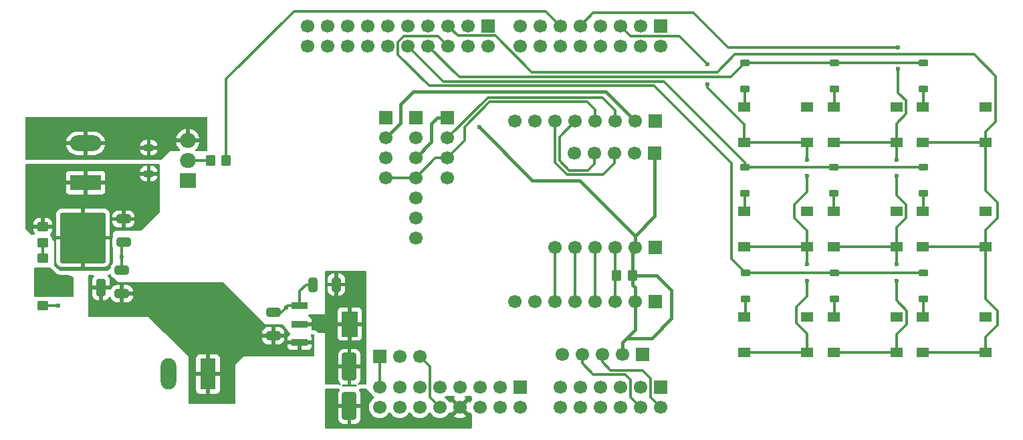
<source format=gbr>
%TF.GenerationSoftware,KiCad,Pcbnew,9.0.1*%
%TF.CreationDate,2025-05-05T17:36:54+02:00*%
%TF.ProjectId,Geocachingbox,47656f63-6163-4686-996e-67626f782e6b,rev?*%
%TF.SameCoordinates,Original*%
%TF.FileFunction,Copper,L1,Top*%
%TF.FilePolarity,Positive*%
%FSLAX46Y46*%
G04 Gerber Fmt 4.6, Leading zero omitted, Abs format (unit mm)*
G04 Created by KiCad (PCBNEW 9.0.1) date 2025-05-05 17:36:54*
%MOMM*%
%LPD*%
G01*
G04 APERTURE LIST*
G04 Aperture macros list*
%AMRoundRect*
0 Rectangle with rounded corners*
0 $1 Rounding radius*
0 $2 $3 $4 $5 $6 $7 $8 $9 X,Y pos of 4 corners*
0 Add a 4 corners polygon primitive as box body*
4,1,4,$2,$3,$4,$5,$6,$7,$8,$9,$2,$3,0*
0 Add four circle primitives for the rounded corners*
1,1,$1+$1,$2,$3*
1,1,$1+$1,$4,$5*
1,1,$1+$1,$6,$7*
1,1,$1+$1,$8,$9*
0 Add four rect primitives between the rounded corners*
20,1,$1+$1,$2,$3,$4,$5,0*
20,1,$1+$1,$4,$5,$6,$7,0*
20,1,$1+$1,$6,$7,$8,$9,0*
20,1,$1+$1,$8,$9,$2,$3,0*%
G04 Aperture macros list end*
%TA.AperFunction,SMDPad,CuDef*%
%ADD10RoundRect,0.225000X-0.375000X0.225000X-0.375000X-0.225000X0.375000X-0.225000X0.375000X0.225000X0*%
%TD*%
%TA.AperFunction,ComponentPad*%
%ADD11R,1.700000X1.700000*%
%TD*%
%TA.AperFunction,ComponentPad*%
%ADD12C,1.700000*%
%TD*%
%TA.AperFunction,SMDPad,CuDef*%
%ADD13RoundRect,0.250000X0.650000X-1.500000X0.650000X1.500000X-0.650000X1.500000X-0.650000X-1.500000X0*%
%TD*%
%TA.AperFunction,SMDPad,CuDef*%
%ADD14RoundRect,0.250000X0.325000X0.650000X-0.325000X0.650000X-0.325000X-0.650000X0.325000X-0.650000X0*%
%TD*%
%TA.AperFunction,ComponentPad*%
%ADD15R,1.980000X3.960000*%
%TD*%
%TA.AperFunction,ComponentPad*%
%ADD16O,1.980000X3.960000*%
%TD*%
%TA.AperFunction,SMDPad,CuDef*%
%ADD17R,1.550000X1.300000*%
%TD*%
%TA.AperFunction,ComponentPad*%
%ADD18R,3.960000X1.980000*%
%TD*%
%TA.AperFunction,ComponentPad*%
%ADD19O,3.960000X1.980000*%
%TD*%
%TA.AperFunction,ComponentPad*%
%ADD20R,2.000000X1.905000*%
%TD*%
%TA.AperFunction,ComponentPad*%
%ADD21O,2.000000X1.905000*%
%TD*%
%TA.AperFunction,SMDPad,CuDef*%
%ADD22RoundRect,0.250000X-0.450000X0.350000X-0.450000X-0.350000X0.450000X-0.350000X0.450000X0.350000X0*%
%TD*%
%TA.AperFunction,SMDPad,CuDef*%
%ADD23RoundRect,0.250000X0.450000X-0.350000X0.450000X0.350000X-0.450000X0.350000X-0.450000X-0.350000X0*%
%TD*%
%TA.AperFunction,SMDPad,CuDef*%
%ADD24RoundRect,0.250000X-0.650000X0.325000X-0.650000X-0.325000X0.650000X-0.325000X0.650000X0.325000X0*%
%TD*%
%TA.AperFunction,SMDPad,CuDef*%
%ADD25R,2.054151X0.953389*%
%TD*%
%TA.AperFunction,SMDPad,CuDef*%
%ADD26R,2.054151X3.212132*%
%TD*%
%TA.AperFunction,SMDPad,CuDef*%
%ADD27RoundRect,0.250000X0.350000X0.450000X-0.350000X0.450000X-0.350000X-0.450000X0.350000X-0.450000X0*%
%TD*%
%TA.AperFunction,SMDPad,CuDef*%
%ADD28RoundRect,0.250000X0.650000X-0.325000X0.650000X0.325000X-0.650000X0.325000X-0.650000X-0.325000X0*%
%TD*%
%TA.AperFunction,SMDPad,CuDef*%
%ADD29RoundRect,0.225000X0.375000X-0.225000X0.375000X0.225000X-0.375000X0.225000X-0.375000X-0.225000X0*%
%TD*%
%TA.AperFunction,SMDPad,CuDef*%
%ADD30RoundRect,0.250000X0.350000X-0.850000X0.350000X0.850000X-0.350000X0.850000X-0.350000X-0.850000X0*%
%TD*%
%TA.AperFunction,SMDPad,CuDef*%
%ADD31RoundRect,0.249997X2.650003X-2.950003X2.650003X2.950003X-2.650003X2.950003X-2.650003X-2.950003X0*%
%TD*%
%TA.AperFunction,ViaPad*%
%ADD32C,0.600000*%
%TD*%
%TA.AperFunction,Conductor*%
%ADD33C,0.300000*%
%TD*%
%TA.AperFunction,Conductor*%
%ADD34C,0.400000*%
%TD*%
%TA.AperFunction,Conductor*%
%ADD35C,0.450000*%
%TD*%
G04 APERTURE END LIST*
D10*
%TO.P,D10,1,K*%
%TO.N,Line_3*%
X203100000Y-99430000D03*
%TO.P,D10,2,A*%
%TO.N,Net-(D10-A)*%
X203100000Y-102730000D03*
%TD*%
D11*
%TO.P,J9,1,Pin_1*%
%TO.N,Tilt_Sens*%
X134260000Y-110000000D03*
D12*
%TO.P,J9,2,Pin_2*%
%TO.N,GND*%
X136800000Y-110000000D03*
%TO.P,J9,3,Pin_3*%
%TO.N,+3.3V*%
X139340000Y-110000000D03*
%TD*%
D13*
%TO.P,D11,1,K*%
%TO.N,SYS_5V0*%
X130400000Y-116300000D03*
%TO.P,D11,2,A*%
%TO.N,+5V*%
X130400000Y-111300000D03*
%TD*%
D14*
%TO.P,C3,1*%
%TO.N,+5V*%
X128750000Y-100900000D03*
%TO.P,C3,2*%
%TO.N,GND*%
X125800000Y-100900000D03*
%TD*%
D15*
%TO.P,3BAT1,1,+*%
%TO.N,+VBATT*%
X112500000Y-112235000D03*
D16*
%TO.P,3BAT1,2,-*%
%TO.N,GND*%
X107500000Y-112235000D03*
%TD*%
D11*
%TO.P,J3,1,Pin_1*%
%TO.N,unconnected-(J3-Pin_1-Pad1)*%
X169800000Y-113890000D03*
D12*
%TO.P,J3,2,Pin_2*%
%TO.N,ADC_X*%
X169800000Y-116430000D03*
%TO.P,J3,3,Pin_3*%
%TO.N,unconnected-(J3-Pin_3-Pad3)*%
X167260000Y-113890000D03*
%TO.P,J3,4,Pin_4*%
%TO.N,ADC_Y*%
X167260000Y-116430000D03*
%TO.P,J3,5,Pin_5*%
%TO.N,unconnected-(J3-Pin_5-Pad5)*%
X164720000Y-113890000D03*
%TO.P,J3,6,Pin_6*%
%TO.N,unconnected-(J3-Pin_6-Pad6)*%
X164720000Y-116430000D03*
%TO.P,J3,7,Pin_7*%
%TO.N,unconnected-(J3-Pin_7-Pad7)*%
X162180000Y-113890000D03*
%TO.P,J3,8,Pin_8*%
%TO.N,unconnected-(J3-Pin_8-Pad8)*%
X162180000Y-116430000D03*
%TO.P,J3,9,Pin_9*%
%TO.N,unconnected-(J3-Pin_9-Pad9)*%
X159640000Y-113890000D03*
%TO.P,J3,10,Pin_10*%
%TO.N,unconnected-(J3-Pin_10-Pad10)*%
X159640000Y-116430000D03*
%TO.P,J3,11,Pin_11*%
%TO.N,unconnected-(J3-Pin_11-Pad11)*%
X157100000Y-113890000D03*
%TO.P,J3,12,Pin_12*%
%TO.N,unconnected-(J3-Pin_12-Pad12)*%
X157100000Y-116430000D03*
%TD*%
D17*
%TO.P,SW3,1,1*%
%TO.N,Net-(D8-A)*%
X203020000Y-78430000D03*
X210980000Y-78430000D03*
%TO.P,SW3,2,2*%
%TO.N,Column_3*%
X203020000Y-82930000D03*
X210980000Y-82930000D03*
%TD*%
%TO.P,SW8,1,1*%
%TO.N,Net-(D9-A)*%
X191730000Y-104980000D03*
X199690000Y-104980000D03*
%TO.P,SW8,2,2*%
%TO.N,Column_2*%
X191730000Y-109480000D03*
X199690000Y-109480000D03*
%TD*%
D11*
%TO.P,J2,1,Pin_1*%
%TO.N,unconnected-(J2-Pin_1-Pad1)*%
X147956000Y-68145000D03*
D12*
%TO.P,J2,2,Pin_2*%
%TO.N,unconnected-(J2-Pin_2-Pad2)*%
X147956000Y-70685000D03*
%TO.P,J2,3,Pin_3*%
%TO.N,unconnected-(J2-Pin_3-Pad3)*%
X145416000Y-68145000D03*
%TO.P,J2,4,Pin_4*%
%TO.N,unconnected-(J2-Pin_4-Pad4)*%
X145416000Y-70685000D03*
%TO.P,J2,5,Pin_5*%
%TO.N,Column_3*%
X142876000Y-68145000D03*
%TO.P,J2,6,Pin_6*%
%TO.N,Line_3*%
X142876000Y-70685000D03*
%TO.P,J2,7,Pin_7*%
%TO.N,unconnected-(J2-Pin_7-Pad7)*%
X140336000Y-68145000D03*
%TO.P,J2,8,Pin_8*%
%TO.N,Line_1*%
X140336000Y-70685000D03*
%TO.P,J2,9,Pin_9*%
%TO.N,unconnected-(J2-Pin_9-Pad9)*%
X137796000Y-68145000D03*
%TO.P,J2,10,Pin_10*%
%TO.N,Line_2*%
X137796000Y-70685000D03*
%TO.P,J2,11,Pin_11*%
%TO.N,unconnected-(J2-Pin_11-Pad11)*%
X135256000Y-68145000D03*
%TO.P,J2,12,Pin_12*%
%TO.N,unconnected-(J2-Pin_12-Pad12)*%
X135256000Y-70685000D03*
%TO.P,J2,13,Pin_13*%
%TO.N,GND*%
X132716000Y-68145000D03*
%TO.P,J2,14,Pin_14*%
%TO.N,unconnected-(J2-Pin_14-Pad14)*%
X132716000Y-70685000D03*
%TO.P,J2,15,Pin_15*%
%TO.N,unconnected-(J2-Pin_15-Pad15)*%
X130176000Y-68145000D03*
%TO.P,J2,16,Pin_16*%
%TO.N,unconnected-(J2-Pin_16-Pad16)*%
X130176000Y-70685000D03*
%TO.P,J2,17,Pin_17*%
%TO.N,unconnected-(J2-Pin_17-Pad17)*%
X127636000Y-68145000D03*
%TO.P,J2,18,Pin_18*%
%TO.N,unconnected-(J2-Pin_18-Pad18)*%
X127636000Y-70685000D03*
%TO.P,J2,19,Pin_19*%
%TO.N,unconnected-(J2-Pin_19-Pad19)*%
X125096000Y-68145000D03*
%TO.P,J2,20,Pin_20*%
%TO.N,unconnected-(J2-Pin_20-Pad20)*%
X125096000Y-70685000D03*
%TD*%
D11*
%TO.P,J10,1,Pin_1*%
%TO.N,+3.3V*%
X142800000Y-79800000D03*
D12*
%TO.P,J10,2,Pin_2*%
%TO.N,SDA*%
X142800000Y-82340000D03*
%TO.P,J10,3,Pin_3*%
%TO.N,SCL*%
X142800000Y-84880000D03*
%TO.P,J10,4,Pin_4*%
%TO.N,GND*%
X142800000Y-87420000D03*
%TD*%
D11*
%TO.P,J7,1,Pin_1*%
%TO.N,GND*%
X169120000Y-96235000D03*
D12*
%TO.P,J7,2,Pin_2*%
%TO.N,+3.3V*%
X166580000Y-96235000D03*
%TO.P,J7,3,Pin_3*%
%TO.N,MISO*%
X164040000Y-96235000D03*
%TO.P,J7,4,Pin_4*%
%TO.N,MOSI*%
X161500000Y-96235000D03*
%TO.P,J7,5,Pin_5*%
%TO.N,SCK*%
X158960000Y-96235000D03*
%TO.P,J7,6,Pin_6*%
%TO.N,CS*%
X156420000Y-96235000D03*
%TD*%
D11*
%TO.P,J5,1,Pin_1*%
%TO.N,GND*%
X169160000Y-103095000D03*
D12*
%TO.P,J5,2,Pin_2*%
%TO.N,+3.3V*%
X166620000Y-103095000D03*
%TO.P,J5,3,Pin_3*%
%TO.N,MISO*%
X164080000Y-103095000D03*
%TO.P,J5,4,Pin_4*%
%TO.N,MOSI*%
X161540000Y-103095000D03*
%TO.P,J5,5,Pin_5*%
%TO.N,SCK*%
X159000000Y-103095000D03*
%TO.P,J5,6,Pin_6*%
%TO.N,CS*%
X156460000Y-103095000D03*
%TO.P,J5,7,Pin_7*%
%TO.N,unconnected-(J5-Pin_7-Pad7)*%
X153920000Y-103095000D03*
%TO.P,J5,8,Pin_8*%
%TO.N,unconnected-(J5-Pin_8-Pad8)*%
X151380000Y-103095000D03*
%TD*%
D18*
%TO.P,J8,1,Pin_1*%
%TO.N,+6V*%
X97000000Y-88000000D03*
D19*
%TO.P,J8,2,Pin_2*%
%TO.N,Net-(D1-A)*%
X97000000Y-83000000D03*
%TD*%
D10*
%TO.P,D6,1,K*%
%TO.N,Line_2*%
X203050000Y-86080000D03*
%TO.P,D6,2,A*%
%TO.N,Net-(D6-A)*%
X203050000Y-89380000D03*
%TD*%
%TO.P,D4,1,K*%
%TO.N,Line_2*%
X191750000Y-86080000D03*
%TO.P,D4,2,A*%
%TO.N,Net-(D4-A)*%
X191750000Y-89380000D03*
%TD*%
D20*
%TO.P,Q1,1*%
%TO.N,GND*%
X109945000Y-87740000D03*
D21*
%TO.P,Q1,2*%
%TO.N,Net-(Q1-Pad2)*%
X109945000Y-85200000D03*
%TO.P,Q1,3*%
%TO.N,Net-(D1-A)*%
X109945000Y-82660000D03*
%TD*%
D10*
%TO.P,D7,1,K*%
%TO.N,Line_3*%
X180550000Y-99430000D03*
%TO.P,D7,2,A*%
%TO.N,Net-(D7-A)*%
X180550000Y-102730000D03*
%TD*%
D17*
%TO.P,SW6,1,1*%
%TO.N,Net-(D6-A)*%
X203010000Y-91630000D03*
X210970000Y-91630000D03*
%TO.P,SW6,2,2*%
%TO.N,Column_3*%
X203010000Y-96130000D03*
X210970000Y-96130000D03*
%TD*%
%TO.P,SW5,1,1*%
%TO.N,Net-(D4-A)*%
X191710000Y-91630000D03*
X199670000Y-91630000D03*
%TO.P,SW5,2,2*%
%TO.N,Column_2*%
X191710000Y-96130000D03*
X199670000Y-96130000D03*
%TD*%
%TO.P,SW7,1,1*%
%TO.N,Net-(D7-A)*%
X180420000Y-104980000D03*
X188380000Y-104980000D03*
%TO.P,SW7,2,2*%
%TO.N,Column_1*%
X180420000Y-109480000D03*
X188380000Y-109480000D03*
%TD*%
D10*
%TO.P,D8,1,K*%
%TO.N,Line_1*%
X203100000Y-72830000D03*
%TO.P,D8,2,A*%
%TO.N,Net-(D8-A)*%
X203100000Y-76130000D03*
%TD*%
D22*
%TO.P,R3,1*%
%TO.N,Net-(U3-ADJ)*%
X91590000Y-101575000D03*
%TO.P,R3,2*%
%TO.N,GND*%
X91590000Y-103575000D03*
%TD*%
D23*
%TO.P,R5,1*%
%TO.N,Net-(U3-ADJ)*%
X91590000Y-99575000D03*
%TO.P,R5,2*%
%TO.N,Net-(R4-Pad2)*%
X91590000Y-97575000D03*
%TD*%
D10*
%TO.P,D9,1,K*%
%TO.N,Line_3*%
X191800000Y-99430000D03*
%TO.P,D9,2,A*%
%TO.N,Net-(D9-A)*%
X191800000Y-102730000D03*
%TD*%
%TO.P,D5,1,K*%
%TO.N,Line_1*%
X191800000Y-72830000D03*
%TO.P,D5,2,A*%
%TO.N,Net-(D5-A)*%
X191800000Y-76130000D03*
%TD*%
D11*
%TO.P,J6,1,Pin_1*%
%TO.N,GND*%
X169160000Y-80235000D03*
D12*
%TO.P,J6,2,Pin_2*%
%TO.N,+5V*%
X166620000Y-80235000D03*
%TO.P,J6,3,Pin_3*%
%TO.N,SDA*%
X164080000Y-80235000D03*
%TO.P,J6,4,Pin_4*%
%TO.N,SCL*%
X161540000Y-80235000D03*
%TO.P,J6,5,Pin_5*%
%TO.N,TX*%
X159000000Y-80235000D03*
%TO.P,J6,6,Pin_6*%
%TO.N,RX*%
X156460000Y-80235000D03*
%TO.P,J6,7,Pin_7*%
%TO.N,unconnected-(J6-Pin_7-Pad7)*%
X153920000Y-80235000D03*
%TO.P,J6,8,Pin_8*%
%TO.N,unconnected-(J6-Pin_8-Pad8)*%
X151380000Y-80235000D03*
%TD*%
D11*
%TO.P,J13,1,Pin_1*%
%TO.N,GND*%
X135000000Y-79800000D03*
D12*
%TO.P,J13,2,Pin_2*%
%TO.N,+5V*%
X135000000Y-82340000D03*
%TO.P,J13,3,Pin_3*%
%TO.N,SDA*%
X135000000Y-84880000D03*
%TO.P,J13,4,Pin_4*%
%TO.N,SCL*%
X135000000Y-87420000D03*
%TD*%
D17*
%TO.P,SW4,1,1*%
%TO.N,Net-(D3-A)*%
X180400000Y-91630000D03*
X188360000Y-91630000D03*
%TO.P,SW4,2,2*%
%TO.N,Column_1*%
X180400000Y-96130000D03*
X188360000Y-96130000D03*
%TD*%
%TO.P,SW9,1,1*%
%TO.N,Net-(D10-A)*%
X203030000Y-104980000D03*
X210990000Y-104980000D03*
%TO.P,SW9,2,2*%
%TO.N,Column_3*%
X203030000Y-109480000D03*
X210990000Y-109480000D03*
%TD*%
D11*
%TO.P,J4,1,Pin_1*%
%TO.N,unconnected-(J4-Pin_1-Pad1)*%
X152019000Y-113890000D03*
D12*
%TO.P,J4,2,Pin_2*%
%TO.N,unconnected-(J4-Pin_2-Pad2)*%
X152019000Y-116430000D03*
%TO.P,J4,3,Pin_3*%
%TO.N,unconnected-(J4-Pin_3-Pad3)*%
X149479000Y-113890000D03*
%TO.P,J4,4,Pin_4*%
%TO.N,GND*%
X149479000Y-116430000D03*
%TO.P,J4,5,Pin_5*%
%TO.N,unconnected-(J4-Pin_5-Pad5)*%
X146939000Y-113890000D03*
%TO.P,J4,6,Pin_6*%
%TO.N,GND*%
X146939000Y-116430000D03*
%TO.P,J4,7,Pin_7*%
%TO.N,unconnected-(J4-Pin_7-Pad7)*%
X144399000Y-113890000D03*
%TO.P,J4,8,Pin_8*%
%TO.N,SYS_5V0*%
X144399000Y-116430000D03*
%TO.P,J4,9,Pin_9*%
%TO.N,unconnected-(J4-Pin_9-Pad9)*%
X141859000Y-113890000D03*
%TO.P,J4,10,Pin_10*%
%TO.N,+3.3V*%
X141859000Y-116430000D03*
%TO.P,J4,11,Pin_11*%
%TO.N,unconnected-(J4-Pin_11-Pad11)*%
X139319000Y-113890000D03*
%TO.P,J4,12,Pin_12*%
%TO.N,unconnected-(J4-Pin_12-Pad12)*%
X139319000Y-116430000D03*
%TO.P,J4,13,Pin_13*%
%TO.N,unconnected-(J4-Pin_13-Pad13)*%
X136779000Y-113890000D03*
%TO.P,J4,14,Pin_14*%
%TO.N,unconnected-(J4-Pin_14-Pad14)*%
X136779000Y-116430000D03*
%TO.P,J4,15,Pin_15*%
%TO.N,Tilt_Sens*%
X134239000Y-113890000D03*
%TO.P,J4,16,Pin_16*%
%TO.N,unconnected-(J4-Pin_16-Pad16)*%
X134239000Y-116430000D03*
%TD*%
D11*
%TO.P,J1,1,Pin_1*%
%TO.N,unconnected-(J1-Pin_1-Pad1)*%
X169800000Y-68145000D03*
D12*
%TO.P,J1,2,Pin_2*%
%TO.N,unconnected-(J1-Pin_2-Pad2)*%
X169800000Y-70685000D03*
%TO.P,J1,3,Pin_3*%
%TO.N,unconnected-(J1-Pin_3-Pad3)*%
X167260000Y-68145000D03*
%TO.P,J1,4,Pin_4*%
%TO.N,unconnected-(J1-Pin_4-Pad4)*%
X167260000Y-70685000D03*
%TO.P,J1,5,Pin_5*%
%TO.N,Column_1*%
X164720000Y-68145000D03*
%TO.P,J1,6,Pin_6*%
%TO.N,unconnected-(J1-Pin_6-Pad6)*%
X164720000Y-70685000D03*
%TO.P,J1,7,Pin_7*%
%TO.N,unconnected-(J1-Pin_7-Pad7)*%
X162180000Y-68145000D03*
%TO.P,J1,8,Pin_8*%
%TO.N,unconnected-(J1-Pin_8-Pad8)*%
X162180000Y-70685000D03*
%TO.P,J1,9,Pin_9*%
%TO.N,Column_2*%
X159640000Y-68145000D03*
%TO.P,J1,10,Pin_10*%
%TO.N,unconnected-(J1-Pin_10-Pad10)*%
X159640000Y-70685000D03*
%TO.P,J1,11,Pin_11*%
%TO.N,PWM_Mosfet*%
X157100000Y-68145000D03*
%TO.P,J1,12,Pin_12*%
%TO.N,unconnected-(J1-Pin_12-Pad12)*%
X157100000Y-70685000D03*
%TO.P,J1,13,Pin_13*%
%TO.N,unconnected-(J1-Pin_13-Pad13)*%
X154560000Y-68145000D03*
%TO.P,J1,14,Pin_14*%
%TO.N,unconnected-(J1-Pin_14-Pad14)*%
X154560000Y-70685000D03*
%TO.P,J1,15,Pin_15*%
%TO.N,unconnected-(J1-Pin_15-Pad15)*%
X152020000Y-68145000D03*
%TO.P,J1,16,Pin_16*%
%TO.N,unconnected-(J1-Pin_16-Pad16)*%
X152020000Y-70685000D03*
%TD*%
D17*
%TO.P,SW1,1,1*%
%TO.N,Net-(D2-A)*%
X180410000Y-78430000D03*
X188370000Y-78430000D03*
%TO.P,SW1,2,2*%
%TO.N,Column_1*%
X180410000Y-82930000D03*
X188370000Y-82930000D03*
%TD*%
D24*
%TO.P,C2,1*%
%TO.N,+6V*%
X101800000Y-92600000D03*
%TO.P,C2,2*%
%TO.N,GND*%
X101800000Y-95550000D03*
%TD*%
D22*
%TO.P,R4,1*%
%TO.N,+6V*%
X91590000Y-93575000D03*
%TO.P,R4,2*%
%TO.N,Net-(R4-Pad2)*%
X91590000Y-95575000D03*
%TD*%
D25*
%TO.P,U5,1,GND*%
%TO.N,GND*%
X124100000Y-103600000D03*
%TO.P,U5,2,OUT*%
%TO.N,+5V*%
X124100000Y-105900000D03*
%TO.P,U5,3,IN*%
%TO.N,+VBATT*%
X124100000Y-108200000D03*
D26*
%TO.P,U5,4,OUT*%
%TO.N,+5V*%
X130450000Y-105900000D03*
%TD*%
D27*
%TO.P,R2,1*%
%TO.N,+3.3V*%
X166250000Y-99735000D03*
%TO.P,R2,2*%
%TO.N,MISO*%
X164250000Y-99735000D03*
%TD*%
D11*
%TO.P,J11,1,Pin_1*%
%TO.N,+3.3V*%
X169040000Y-84235000D03*
D12*
%TO.P,J11,2,Pin_2*%
%TO.N,GND*%
X166500000Y-84235000D03*
%TO.P,J11,3,Pin_3*%
%TO.N,RX*%
X163960000Y-84235000D03*
%TO.P,J11,4,Pin_4*%
%TO.N,TX*%
X161420000Y-84235000D03*
%TO.P,J11,5,Pin_5*%
%TO.N,unconnected-(J11-Pin_5-Pad5)*%
X158880000Y-84235000D03*
%TD*%
D10*
%TO.P,D2,1,K*%
%TO.N,Line_1*%
X180500000Y-72830000D03*
%TO.P,D2,2,A*%
%TO.N,Net-(D2-A)*%
X180500000Y-76130000D03*
%TD*%
D28*
%TO.P,C1,1*%
%TO.N,+VBATT*%
X120775000Y-107375000D03*
%TO.P,C1,2*%
%TO.N,GND*%
X120775000Y-104425000D03*
%TD*%
D11*
%TO.P,J12,1,Pin_1*%
%TO.N,GND*%
X167500000Y-109735000D03*
D12*
%TO.P,J12,2,Pin_2*%
%TO.N,+3.3V*%
X164960000Y-109735000D03*
%TO.P,J12,3,Pin_3*%
%TO.N,ADC_X*%
X162420000Y-109735000D03*
%TO.P,J12,4,Pin_4*%
%TO.N,ADC_Y*%
X159880000Y-109735000D03*
%TO.P,J12,5,Pin_5*%
%TO.N,unconnected-(J12-Pin_5-Pad5)*%
X157340000Y-109735000D03*
%TD*%
D29*
%TO.P,D1,1,K*%
%TO.N,+6V*%
X105000000Y-86850000D03*
%TO.P,D1,2,A*%
%TO.N,Net-(D1-A)*%
X105000000Y-83550000D03*
%TD*%
D11*
%TO.P,J14,1,Pin_1*%
%TO.N,unconnected-(J14-Pin_1-Pad1)*%
X138800000Y-79760000D03*
D12*
%TO.P,J14,2,Pin_2*%
%TO.N,GND*%
X138800000Y-82300000D03*
%TO.P,J14,3,Pin_3*%
%TO.N,+3.3V*%
X138800000Y-84840000D03*
%TO.P,J14,4,Pin_4*%
%TO.N,SCL*%
X138800000Y-87380000D03*
%TO.P,J14,5,Pin_5*%
%TO.N,SDA*%
X138800000Y-89920000D03*
%TO.P,J14,6,Pin_6*%
%TO.N,unconnected-(J14-Pin_6-Pad6)*%
X138800000Y-92460000D03*
%TO.P,J14,7,Pin_7*%
%TO.N,unconnected-(J14-Pin_7-Pad7)*%
X138800000Y-95000000D03*
%TD*%
D30*
%TO.P,U3,1,ADJ*%
%TO.N,Net-(U3-ADJ)*%
X94382500Y-101275000D03*
D31*
%TO.P,U3,2,VO*%
%TO.N,+6V*%
X96662500Y-94975000D03*
D30*
%TO.P,U3,3,VI*%
%TO.N,+VBATT*%
X98942500Y-101275000D03*
%TD*%
D17*
%TO.P,SW2,1,1*%
%TO.N,Net-(D5-A)*%
X191720000Y-78430000D03*
X199680000Y-78430000D03*
%TO.P,SW2,2,2*%
%TO.N,Column_2*%
X191720000Y-82930000D03*
X199680000Y-82930000D03*
%TD*%
D27*
%TO.P,R1,1*%
%TO.N,PWM_Mosfet*%
X114800000Y-85200000D03*
%TO.P,R1,2*%
%TO.N,Net-(Q1-Pad2)*%
X112800000Y-85200000D03*
%TD*%
D28*
%TO.P,C4,1*%
%TO.N,+VBATT*%
X101590000Y-102050000D03*
%TO.P,C4,2*%
%TO.N,GND*%
X101590000Y-99100000D03*
%TD*%
D10*
%TO.P,D3,1,K*%
%TO.N,Line_2*%
X180450000Y-86080000D03*
%TO.P,D3,2,A*%
%TO.N,Net-(D3-A)*%
X180450000Y-89380000D03*
%TD*%
D32*
%TO.N,GND*%
X93500000Y-103600000D03*
X101590000Y-97400000D03*
X122400000Y-103800000D03*
%TO.N,Column_1*%
X188360000Y-100400000D03*
X175750000Y-75500000D03*
X175750000Y-73000000D03*
X188370000Y-85120000D03*
X188370000Y-87120000D03*
X188360000Y-98300000D03*
%TO.N,Column_2*%
X199900000Y-73600000D03*
X199700000Y-100400000D03*
X199700000Y-98300000D03*
X199680000Y-85100000D03*
X199900000Y-70900000D03*
X199680000Y-87180000D03*
%TO.N,+3.3V*%
X146900000Y-81000000D03*
%TD*%
D33*
%TO.N,GND*%
X124100000Y-103600000D02*
X122600000Y-103600000D01*
X124100000Y-101700000D02*
X124900000Y-100900000D01*
X101590000Y-95760000D02*
X101800000Y-95550000D01*
X121775000Y-104425000D02*
X122400000Y-103800000D01*
X120775000Y-104425000D02*
X121775000Y-104425000D01*
X93475000Y-103575000D02*
X93500000Y-103600000D01*
X101590000Y-97400000D02*
X101590000Y-95760000D01*
X91590000Y-103575000D02*
X93475000Y-103575000D01*
X122600000Y-103600000D02*
X122400000Y-103800000D01*
X124900000Y-100900000D02*
X125800000Y-100900000D01*
X101590000Y-99100000D02*
X101590000Y-97400000D01*
X124100000Y-103600000D02*
X124100000Y-101700000D01*
D34*
%TO.N,+5V*%
X136900000Y-78100000D02*
X136900000Y-80440000D01*
X162885000Y-76500000D02*
X138500000Y-76500000D01*
X166620000Y-80235000D02*
X162885000Y-76500000D01*
X136900000Y-80440000D02*
X135000000Y-82340000D01*
X138500000Y-76500000D02*
X136900000Y-78100000D01*
D33*
%TO.N,Net-(D2-A)*%
X180500000Y-76130000D02*
X180500000Y-78340000D01*
X180500000Y-78340000D02*
X180410000Y-78430000D01*
%TO.N,Line_1*%
X180500000Y-72830000D02*
X178682000Y-74648000D01*
X191800000Y-72830000D02*
X180500000Y-72830000D01*
X178682000Y-74648000D02*
X144299000Y-74648000D01*
X203100000Y-72830000D02*
X191800000Y-72830000D01*
X144299000Y-74648000D02*
X140336000Y-70685000D01*
%TO.N,Line_2*%
X191750000Y-86080000D02*
X180450000Y-86080000D01*
X203050000Y-86080000D02*
X191750000Y-86080000D01*
X170199000Y-75199000D02*
X142310000Y-75199000D01*
X180450000Y-85450000D02*
X170199000Y-75199000D01*
X142310000Y-75199000D02*
X137796000Y-70685000D01*
X180450000Y-86080000D02*
X180450000Y-85450000D01*
%TO.N,Net-(D3-A)*%
X180450000Y-91580000D02*
X180400000Y-91630000D01*
X180450000Y-89380000D02*
X180450000Y-91580000D01*
%TO.N,Net-(D4-A)*%
X191750000Y-91590000D02*
X191710000Y-91630000D01*
X191750000Y-89380000D02*
X191750000Y-91590000D01*
%TO.N,Net-(D5-A)*%
X191800000Y-78350000D02*
X191720000Y-78430000D01*
X191800000Y-76130000D02*
X191800000Y-78350000D01*
%TO.N,Net-(D6-A)*%
X203050000Y-91590000D02*
X203010000Y-91630000D01*
X203050000Y-89380000D02*
X203050000Y-91590000D01*
%TO.N,Line_3*%
X178750000Y-85500000D02*
X169000000Y-75750000D01*
X136545000Y-70166819D02*
X137277819Y-69434000D01*
X203100000Y-99430000D02*
X191800000Y-99430000D01*
X178750000Y-97630000D02*
X178750000Y-85500000D01*
X191800000Y-99430000D02*
X180550000Y-99430000D01*
X140500000Y-75750000D02*
X136545000Y-71795000D01*
X180550000Y-99430000D02*
X178750000Y-97630000D01*
X141625000Y-69434000D02*
X142876000Y-70685000D01*
X169000000Y-75750000D02*
X140500000Y-75750000D01*
X136545000Y-71795000D02*
X136545000Y-70166819D01*
X137277819Y-69434000D02*
X141625000Y-69434000D01*
%TO.N,Net-(D7-A)*%
X180550000Y-104850000D02*
X180420000Y-104980000D01*
X180550000Y-102730000D02*
X180550000Y-104850000D01*
%TO.N,Net-(D8-A)*%
X203100000Y-78350000D02*
X203020000Y-78430000D01*
X203100000Y-76130000D02*
X203100000Y-78350000D01*
%TO.N,Net-(D9-A)*%
X191800000Y-104910000D02*
X191730000Y-104980000D01*
X191800000Y-102730000D02*
X191800000Y-104910000D01*
%TO.N,Net-(D10-A)*%
X203100000Y-102730000D02*
X203100000Y-104910000D01*
X203100000Y-104910000D02*
X203030000Y-104980000D01*
%TO.N,Column_1*%
X180410000Y-80660000D02*
X180410000Y-82930000D01*
X186750000Y-92500000D02*
X188360000Y-94110000D01*
X166009000Y-69434000D02*
X172184000Y-69434000D01*
X172184000Y-69434000D02*
X175750000Y-73000000D01*
X188370000Y-82930000D02*
X180410000Y-82930000D01*
X188360000Y-100400000D02*
X188360000Y-102390000D01*
X164720000Y-68145000D02*
X166009000Y-69434000D01*
X187000000Y-103750000D02*
X187000000Y-105750000D01*
X188360000Y-94110000D02*
X188360000Y-96130000D01*
X175750000Y-76000000D02*
X180410000Y-80660000D01*
X188370000Y-85120000D02*
X188370000Y-82930000D01*
X188380000Y-109480000D02*
X180420000Y-109480000D01*
X188370000Y-87120000D02*
X188370000Y-89130000D01*
X175750000Y-75500000D02*
X175750000Y-76000000D01*
X187000000Y-105750000D02*
X188380000Y-107130000D01*
X186750000Y-90750000D02*
X186750000Y-92500000D01*
X188360000Y-98300000D02*
X188360000Y-96130000D01*
X188360000Y-102390000D02*
X187000000Y-103750000D01*
X180400000Y-96130000D02*
X188360000Y-96130000D01*
X188370000Y-89130000D02*
X186750000Y-90750000D01*
X188380000Y-107130000D02*
X188380000Y-109480000D01*
%TO.N,PWM_Mosfet*%
X114800000Y-85200000D02*
X114800000Y-74900000D01*
X114800000Y-74900000D02*
X123400000Y-66300000D01*
X155255000Y-66300000D02*
X157100000Y-68145000D01*
X123400000Y-66300000D02*
X155255000Y-66300000D01*
%TO.N,Column_2*%
X201000000Y-105900000D02*
X199690000Y-107210000D01*
X199700000Y-100400000D02*
X199700000Y-102900000D01*
X199680000Y-82930000D02*
X199680000Y-85100000D01*
X199900000Y-76600000D02*
X200900000Y-77600000D01*
X199690000Y-109480000D02*
X191730000Y-109480000D01*
X191710000Y-96130000D02*
X199670000Y-96130000D01*
X201000000Y-104200000D02*
X201000000Y-105900000D01*
X199680000Y-85100000D02*
X199680000Y-85180000D01*
X199680000Y-87180000D02*
X199680000Y-89580000D01*
X200846000Y-90746000D02*
X200846000Y-92454000D01*
X199900000Y-73600000D02*
X199900000Y-76600000D01*
X200900000Y-79300000D02*
X199680000Y-80520000D01*
X161285000Y-66500000D02*
X174000000Y-66500000D01*
X200846000Y-92454000D02*
X199670000Y-93630000D01*
X199670000Y-93630000D02*
X199670000Y-96130000D01*
X159640000Y-68145000D02*
X161285000Y-66500000D01*
X199690000Y-107210000D02*
X199690000Y-109480000D01*
X200900000Y-77600000D02*
X200900000Y-79300000D01*
X199700000Y-98300000D02*
X199670000Y-98270000D01*
X199670000Y-98270000D02*
X199670000Y-96130000D01*
X178400000Y-70900000D02*
X199900000Y-70900000D01*
X199680000Y-89580000D02*
X200846000Y-90746000D01*
X199700000Y-102900000D02*
X201000000Y-104200000D01*
X174000000Y-66500000D02*
X178400000Y-70900000D01*
X199680000Y-82930000D02*
X191720000Y-82930000D01*
X199680000Y-80520000D02*
X199680000Y-82930000D01*
%TO.N,Column_3*%
X212500000Y-92500000D02*
X210970000Y-94030000D01*
X210970000Y-102720000D02*
X212500000Y-104250000D01*
X148896000Y-69396000D02*
X153500000Y-74000000D01*
X144127000Y-69396000D02*
X148896000Y-69396000D01*
X210980000Y-82930000D02*
X203020000Y-82930000D01*
X142876000Y-68145000D02*
X144127000Y-69396000D01*
X210980000Y-88980000D02*
X212500000Y-90500000D01*
X153500000Y-74000000D02*
X177000000Y-74000000D01*
X179250000Y-71750000D02*
X209500000Y-71750000D01*
X177000000Y-74000000D02*
X179250000Y-71750000D01*
X210980000Y-82930000D02*
X210980000Y-88980000D01*
X210990000Y-109480000D02*
X203030000Y-109480000D01*
X212250000Y-74500000D02*
X212250000Y-80250000D01*
X212500000Y-106000000D02*
X210990000Y-107510000D01*
X210970000Y-96130000D02*
X210970000Y-102720000D01*
X212500000Y-104250000D02*
X212500000Y-106000000D01*
X210970000Y-94030000D02*
X210970000Y-96130000D01*
X212500000Y-90500000D02*
X212500000Y-92500000D01*
X210980000Y-81520000D02*
X210980000Y-82930000D01*
X203010000Y-96130000D02*
X210970000Y-96130000D01*
X210990000Y-107510000D02*
X210990000Y-109480000D01*
X212250000Y-80250000D02*
X210980000Y-81520000D01*
X209500000Y-71750000D02*
X212250000Y-74500000D01*
%TO.N,ADC_X*%
X167500000Y-111750000D02*
X168549000Y-112799000D01*
X168549000Y-115179000D02*
X169800000Y-116430000D01*
X163500000Y-111750000D02*
X167500000Y-111750000D01*
X162420000Y-110670000D02*
X163500000Y-111750000D01*
X162420000Y-109735000D02*
X162420000Y-110670000D01*
X168549000Y-112799000D02*
X168549000Y-115179000D01*
%TO.N,ADC_Y*%
X165971000Y-112971000D02*
X165971000Y-115141000D01*
X159880000Y-109735000D02*
X159880000Y-110880000D01*
X159880000Y-110880000D02*
X161301000Y-112301000D01*
X165301000Y-112301000D02*
X165971000Y-112971000D01*
X161301000Y-112301000D02*
X165301000Y-112301000D01*
X165971000Y-115141000D02*
X167260000Y-116430000D01*
%TO.N,+3.3V*%
X140570000Y-111230000D02*
X139340000Y-110000000D01*
D35*
X169335000Y-99735000D02*
X171200000Y-101600000D01*
X166620000Y-106580000D02*
X166620000Y-103095000D01*
X166250000Y-100930000D02*
X166250000Y-99735000D01*
X166580000Y-94720000D02*
X169040000Y-92260000D01*
D33*
X141859000Y-116430000D02*
X140570000Y-115141000D01*
D35*
X171200000Y-101600000D02*
X171200000Y-105200000D01*
X159560000Y-87700000D02*
X166580000Y-94720000D01*
X168700000Y-107700000D02*
X165500000Y-107700000D01*
X166620000Y-103095000D02*
X166620000Y-101300000D01*
X141565000Y-79800000D02*
X142800000Y-79800000D01*
X140800000Y-82840000D02*
X140800000Y-80565000D01*
X166250000Y-99735000D02*
X169335000Y-99735000D01*
X166620000Y-101300000D02*
X166250000Y-100930000D01*
X164960000Y-108240000D02*
X164960000Y-109735000D01*
X165500000Y-107700000D02*
X166620000Y-106580000D01*
X166250000Y-99735000D02*
X166250000Y-96565000D01*
X171200000Y-105200000D02*
X168700000Y-107700000D01*
X165500000Y-107700000D02*
X164960000Y-108240000D01*
X146900000Y-81000000D02*
X153600000Y-87700000D01*
X138800000Y-84840000D02*
X140800000Y-82840000D01*
X169040000Y-92260000D02*
X169040000Y-84235000D01*
X140800000Y-80565000D02*
X141565000Y-79800000D01*
D33*
X140570000Y-115141000D02*
X140570000Y-111230000D01*
D35*
X166580000Y-96235000D02*
X166580000Y-94720000D01*
X166250000Y-96565000D02*
X166580000Y-96235000D01*
X153600000Y-87700000D02*
X159560000Y-87700000D01*
D33*
%TO.N,Tilt_Sens*%
X134239000Y-113890000D02*
X134239000Y-110021000D01*
X134239000Y-110021000D02*
X134260000Y-110000000D01*
%TO.N,MISO*%
X164080000Y-96275000D02*
X164040000Y-96235000D01*
X164040000Y-99525000D02*
X164250000Y-99735000D01*
X164040000Y-96235000D02*
X164040000Y-99525000D01*
X164080000Y-99905000D02*
X164250000Y-99735000D01*
X164080000Y-103095000D02*
X164080000Y-99905000D01*
%TO.N,MOSI*%
X161540000Y-103095000D02*
X161540000Y-96275000D01*
X161540000Y-96275000D02*
X161500000Y-96235000D01*
%TO.N,SCK*%
X159000000Y-96275000D02*
X158960000Y-96235000D01*
X159000000Y-103095000D02*
X159000000Y-96275000D01*
%TO.N,CS*%
X156460000Y-103095000D02*
X156460000Y-96275000D01*
X156460000Y-96275000D02*
X156420000Y-96235000D01*
%TO.N,RX*%
X162500000Y-87000000D02*
X158000000Y-87000000D01*
X163960000Y-84235000D02*
X163960000Y-85540000D01*
X158000000Y-87000000D02*
X156460000Y-85460000D01*
X163960000Y-85540000D02*
X162500000Y-87000000D01*
X156460000Y-85460000D02*
X156460000Y-80235000D01*
%TO.N,SDA*%
X162449000Y-77199000D02*
X147941000Y-77199000D01*
X164080000Y-78830000D02*
X162449000Y-77199000D01*
X164080000Y-80235000D02*
X164080000Y-78830000D01*
X142840000Y-82340000D02*
X142800000Y-82340000D01*
X147941000Y-77199000D02*
X142800000Y-82340000D01*
%TO.N,TX*%
X157011000Y-82224000D02*
X159000000Y-80235000D01*
X161420000Y-85580000D02*
X160551000Y-86449000D01*
X161420000Y-84235000D02*
X161420000Y-85580000D01*
X158228232Y-86449000D02*
X157011000Y-85231768D01*
X157011000Y-85231768D02*
X157011000Y-82224000D01*
X160551000Y-86449000D02*
X158228232Y-86449000D01*
%TO.N,SCL*%
X141300000Y-84880000D02*
X138800000Y-87380000D01*
X142800000Y-84880000D02*
X141300000Y-84880000D01*
X145000000Y-82680000D02*
X145000000Y-80919232D01*
X142800000Y-84880000D02*
X145000000Y-82680000D01*
X145000000Y-80919232D02*
X148169232Y-77750000D01*
X138800000Y-87380000D02*
X135040000Y-87380000D01*
X148169232Y-77750000D02*
X160500000Y-77750000D01*
X161540000Y-78790000D02*
X161540000Y-80235000D01*
X135040000Y-87380000D02*
X135000000Y-87420000D01*
X160500000Y-77750000D02*
X161540000Y-78790000D01*
%TO.N,Net-(Q1-Pad2)*%
X109945000Y-85200000D02*
X112800000Y-85200000D01*
%TO.N,Net-(R4-Pad2)*%
X91590000Y-97575000D02*
X91590000Y-95575000D01*
%TD*%
%TA.AperFunction,Conductor*%
%TO.N,SYS_5V0*%
G36*
X129157016Y-114119685D02*
G01*
X129202771Y-114172489D01*
X129212715Y-114241647D01*
X129183690Y-114305203D01*
X129177658Y-114311681D01*
X129157684Y-114331654D01*
X129065643Y-114480875D01*
X129065641Y-114480880D01*
X129010494Y-114647302D01*
X129010493Y-114647309D01*
X129000000Y-114750013D01*
X129000000Y-116050000D01*
X131799999Y-116050000D01*
X131799999Y-114750028D01*
X131799998Y-114750013D01*
X131789505Y-114647302D01*
X131734358Y-114480880D01*
X131734356Y-114480875D01*
X131642315Y-114331654D01*
X131622342Y-114311681D01*
X131588857Y-114250358D01*
X131593841Y-114180666D01*
X131635713Y-114124733D01*
X131701177Y-114100316D01*
X131710023Y-114100000D01*
X132546510Y-114100000D01*
X132613549Y-114119685D01*
X132636707Y-114138909D01*
X133126444Y-114658031D01*
X133136565Y-114670237D01*
X133194526Y-114750013D01*
X133208896Y-114769792D01*
X133359208Y-114920104D01*
X133405221Y-114953534D01*
X133408836Y-114957366D01*
X133410501Y-114957370D01*
X133531184Y-115045051D01*
X133531186Y-115045052D01*
X133539946Y-115049516D01*
X133590742Y-115097491D01*
X133607536Y-115165312D01*
X133584998Y-115231447D01*
X133539946Y-115270484D01*
X133531182Y-115274949D01*
X133359213Y-115399890D01*
X133208890Y-115550213D01*
X133083951Y-115722179D01*
X132987444Y-115911585D01*
X132921753Y-116113760D01*
X132888500Y-116323713D01*
X132888500Y-116536286D01*
X132921753Y-116746239D01*
X132987444Y-116948414D01*
X133083951Y-117137820D01*
X133208890Y-117309786D01*
X133359213Y-117460109D01*
X133531179Y-117585048D01*
X133531181Y-117585049D01*
X133531184Y-117585051D01*
X133720588Y-117681557D01*
X133922757Y-117747246D01*
X134132713Y-117780500D01*
X134132714Y-117780500D01*
X134345286Y-117780500D01*
X134345287Y-117780500D01*
X134555243Y-117747246D01*
X134757412Y-117681557D01*
X134946816Y-117585051D01*
X135001572Y-117545269D01*
X135118786Y-117460109D01*
X135118788Y-117460106D01*
X135118792Y-117460104D01*
X135269104Y-117309792D01*
X135269106Y-117309788D01*
X135269109Y-117309786D01*
X135394048Y-117137820D01*
X135394047Y-117137820D01*
X135394051Y-117137816D01*
X135398514Y-117129054D01*
X135446488Y-117078259D01*
X135514308Y-117061463D01*
X135580444Y-117083999D01*
X135619486Y-117129056D01*
X135623951Y-117137820D01*
X135748890Y-117309786D01*
X135899213Y-117460109D01*
X136071179Y-117585048D01*
X136071181Y-117585049D01*
X136071184Y-117585051D01*
X136260588Y-117681557D01*
X136462757Y-117747246D01*
X136672713Y-117780500D01*
X136672714Y-117780500D01*
X136885286Y-117780500D01*
X136885287Y-117780500D01*
X137095243Y-117747246D01*
X137297412Y-117681557D01*
X137486816Y-117585051D01*
X137541572Y-117545269D01*
X137658786Y-117460109D01*
X137658788Y-117460106D01*
X137658792Y-117460104D01*
X137809104Y-117309792D01*
X137809106Y-117309788D01*
X137809109Y-117309786D01*
X137934048Y-117137820D01*
X137934047Y-117137820D01*
X137934051Y-117137816D01*
X137938514Y-117129054D01*
X137986488Y-117078259D01*
X138054308Y-117061463D01*
X138120444Y-117083999D01*
X138159486Y-117129056D01*
X138163951Y-117137820D01*
X138288890Y-117309786D01*
X138439213Y-117460109D01*
X138611179Y-117585048D01*
X138611181Y-117585049D01*
X138611184Y-117585051D01*
X138800588Y-117681557D01*
X139002757Y-117747246D01*
X139212713Y-117780500D01*
X139212714Y-117780500D01*
X139425286Y-117780500D01*
X139425287Y-117780500D01*
X139635243Y-117747246D01*
X139837412Y-117681557D01*
X140026816Y-117585051D01*
X140081572Y-117545269D01*
X140198786Y-117460109D01*
X140198788Y-117460106D01*
X140198792Y-117460104D01*
X140349104Y-117309792D01*
X140349106Y-117309788D01*
X140349109Y-117309786D01*
X140474048Y-117137820D01*
X140474047Y-117137820D01*
X140474051Y-117137816D01*
X140478514Y-117129054D01*
X140526488Y-117078259D01*
X140594308Y-117061463D01*
X140660444Y-117083999D01*
X140699486Y-117129056D01*
X140703951Y-117137820D01*
X140828890Y-117309786D01*
X140979213Y-117460109D01*
X141151179Y-117585048D01*
X141151181Y-117585049D01*
X141151184Y-117585051D01*
X141340588Y-117681557D01*
X141542757Y-117747246D01*
X141752713Y-117780500D01*
X141752714Y-117780500D01*
X141965286Y-117780500D01*
X141965287Y-117780500D01*
X142175243Y-117747246D01*
X142377412Y-117681557D01*
X142566816Y-117585051D01*
X142621572Y-117545269D01*
X142738786Y-117460109D01*
X142738788Y-117460106D01*
X142738792Y-117460104D01*
X142889104Y-117309792D01*
X142889106Y-117309788D01*
X142889109Y-117309786D01*
X142974890Y-117191717D01*
X143014051Y-117137816D01*
X143018793Y-117128508D01*
X143066763Y-117077711D01*
X143134583Y-117060911D01*
X143200719Y-117083445D01*
X143239763Y-117128500D01*
X143244373Y-117137547D01*
X143283728Y-117191716D01*
X143916037Y-116559408D01*
X143933075Y-116622993D01*
X143998901Y-116737007D01*
X144091993Y-116830099D01*
X144206007Y-116895925D01*
X144269590Y-116912962D01*
X143637282Y-117545269D01*
X143637282Y-117545270D01*
X143691449Y-117584624D01*
X143880782Y-117681095D01*
X144082870Y-117746757D01*
X144292754Y-117780000D01*
X144505246Y-117780000D01*
X144715127Y-117746757D01*
X144715130Y-117746757D01*
X144917217Y-117681095D01*
X145106554Y-117584622D01*
X145160716Y-117545270D01*
X145160717Y-117545270D01*
X144528408Y-116912962D01*
X144591993Y-116895925D01*
X144706007Y-116830099D01*
X144799099Y-116737007D01*
X144864925Y-116622993D01*
X144881962Y-116559409D01*
X145514270Y-117191717D01*
X145514270Y-117191716D01*
X145553622Y-117137555D01*
X145558232Y-117128507D01*
X145560862Y-117125722D01*
X145561793Y-117122005D01*
X145584662Y-117100520D01*
X145606205Y-117077709D01*
X145609924Y-117076787D01*
X145612716Y-117074165D01*
X145643570Y-117068454D01*
X145674025Y-117060912D01*
X145677650Y-117062147D01*
X145681419Y-117061450D01*
X145710465Y-117073328D01*
X145740161Y-117083447D01*
X145743573Y-117086868D01*
X145746089Y-117087897D01*
X145752766Y-117096084D01*
X145770256Y-117113620D01*
X145775251Y-117120746D01*
X145783949Y-117137816D01*
X145876973Y-117265853D01*
X145877537Y-117266658D01*
X145888398Y-117298807D01*
X145899798Y-117330757D01*
X145899853Y-117332715D01*
X145899900Y-117332852D01*
X145899862Y-117333003D01*
X145900000Y-117337836D01*
X145900000Y-118980500D01*
X145880315Y-119047539D01*
X145827511Y-119093294D01*
X145776000Y-119104500D01*
X127424000Y-119104500D01*
X127356961Y-119084815D01*
X127311206Y-119032011D01*
X127300000Y-118980500D01*
X127300000Y-117849986D01*
X129000001Y-117849986D01*
X129010494Y-117952697D01*
X129065641Y-118119119D01*
X129065643Y-118119124D01*
X129157684Y-118268345D01*
X129281654Y-118392315D01*
X129430875Y-118484356D01*
X129430880Y-118484358D01*
X129597302Y-118539505D01*
X129597309Y-118539506D01*
X129700019Y-118549999D01*
X130149999Y-118549999D01*
X130650000Y-118549999D01*
X131099972Y-118549999D01*
X131099986Y-118549998D01*
X131202697Y-118539505D01*
X131369119Y-118484358D01*
X131369124Y-118484356D01*
X131518345Y-118392315D01*
X131642315Y-118268345D01*
X131734356Y-118119124D01*
X131734358Y-118119119D01*
X131789505Y-117952697D01*
X131789506Y-117952690D01*
X131799999Y-117849986D01*
X131800000Y-117849973D01*
X131800000Y-116550000D01*
X130650000Y-116550000D01*
X130650000Y-118549999D01*
X130149999Y-118549999D01*
X130150000Y-118549998D01*
X130150000Y-116550000D01*
X129000001Y-116550000D01*
X129000001Y-117849986D01*
X127300000Y-117849986D01*
X127300000Y-114224000D01*
X127319685Y-114156961D01*
X127372489Y-114111206D01*
X127424000Y-114100000D01*
X129089977Y-114100000D01*
X129157016Y-114119685D01*
G37*
%TD.AperFunction*%
%TA.AperFunction,Conductor*%
G36*
X143577271Y-114991260D02*
G01*
X143644243Y-115011168D01*
X143649742Y-115014942D01*
X143654636Y-115018498D01*
X143691184Y-115045051D01*
X143700493Y-115049794D01*
X143751290Y-115097766D01*
X143768087Y-115165587D01*
X143745552Y-115231722D01*
X143700505Y-115270760D01*
X143691446Y-115275376D01*
X143691440Y-115275380D01*
X143637282Y-115314727D01*
X143637282Y-115314728D01*
X144269591Y-115947037D01*
X144206007Y-115964075D01*
X144091993Y-116029901D01*
X143998901Y-116122993D01*
X143933075Y-116237007D01*
X143916037Y-116300591D01*
X143283728Y-115668282D01*
X143283727Y-115668282D01*
X143244380Y-115722440D01*
X143244376Y-115722446D01*
X143239760Y-115731505D01*
X143191781Y-115782297D01*
X143123959Y-115799087D01*
X143057826Y-115776543D01*
X143018794Y-115731493D01*
X143014051Y-115722184D01*
X143014049Y-115722181D01*
X143014048Y-115722179D01*
X142889109Y-115550213D01*
X142738786Y-115399890D01*
X142566820Y-115274951D01*
X142558600Y-115270763D01*
X142558054Y-115270485D01*
X142554397Y-115267030D01*
X142549540Y-115265716D01*
X142529247Y-115243278D01*
X142507259Y-115222512D01*
X142506049Y-115217628D01*
X142502674Y-115213896D01*
X142497733Y-115184050D01*
X142490463Y-115154692D01*
X142492085Y-115149929D01*
X142491264Y-115144964D01*
X142503243Y-115117185D01*
X142512999Y-115088556D01*
X142517481Y-115084169D01*
X142518932Y-115080806D01*
X142529801Y-115072112D01*
X142545109Y-115057132D01*
X142551349Y-115052931D01*
X142566816Y-115045051D01*
X142614154Y-115010658D01*
X142615995Y-115009419D01*
X142647254Y-114999514D01*
X142678155Y-114988489D01*
X142682412Y-114988374D01*
X142682601Y-114988315D01*
X142682784Y-114988364D01*
X142685629Y-114988288D01*
X143577271Y-114991260D01*
G37*
%TD.AperFunction*%
%TA.AperFunction,Conductor*%
G36*
X145776416Y-114998591D02*
G01*
X145843387Y-115018498D01*
X145888965Y-115071454D01*
X145900000Y-115122589D01*
X145900000Y-115522162D01*
X145880315Y-115589201D01*
X145876322Y-115595042D01*
X145783951Y-115722182D01*
X145783945Y-115722190D01*
X145783944Y-115722190D01*
X145779202Y-115731499D01*
X145731227Y-115782293D01*
X145663405Y-115799087D01*
X145597271Y-115776548D01*
X145558234Y-115731495D01*
X145553626Y-115722452D01*
X145514270Y-115668282D01*
X145514269Y-115668282D01*
X144881962Y-116300590D01*
X144864925Y-116237007D01*
X144799099Y-116122993D01*
X144706007Y-116029901D01*
X144591993Y-115964075D01*
X144528409Y-115947037D01*
X145160716Y-115314728D01*
X145106547Y-115275373D01*
X145106547Y-115275372D01*
X145097500Y-115270763D01*
X145093465Y-115266952D01*
X145088122Y-115265459D01*
X145068340Y-115243222D01*
X145046706Y-115222788D01*
X145045372Y-115217402D01*
X145041684Y-115213256D01*
X145037065Y-115183854D01*
X145029912Y-115154966D01*
X145031702Y-115149713D01*
X145030841Y-115144232D01*
X145042849Y-115117003D01*
X145052451Y-115088832D01*
X145057388Y-115084039D01*
X145059036Y-115080304D01*
X145071070Y-115070759D01*
X145085406Y-115056846D01*
X145091247Y-115052983D01*
X145106816Y-115045051D01*
X145142967Y-115018785D01*
X145145243Y-115017281D01*
X145176117Y-115007777D01*
X145206556Y-114996917D01*
X145211863Y-114996774D01*
X145212021Y-114996726D01*
X145212165Y-114996766D01*
X145214031Y-114996716D01*
X145776416Y-114998591D01*
G37*
%TD.AperFunction*%
%TD*%
%TA.AperFunction,Conductor*%
%TO.N,+5V*%
G36*
X132543039Y-99219685D02*
G01*
X132588794Y-99272489D01*
X132600000Y-99324000D01*
X132600000Y-113470500D01*
X132580315Y-113537539D01*
X132527511Y-113583294D01*
X132476000Y-113594500D01*
X131710004Y-113594500D01*
X131692021Y-113594820D01*
X131684376Y-113595093D01*
X131683131Y-113595138D01*
X131683127Y-113595138D01*
X131683105Y-113595139D01*
X131665119Y-113596103D01*
X131665107Y-113596105D01*
X131629747Y-113603797D01*
X131560056Y-113598811D01*
X131504123Y-113556938D01*
X131479708Y-113491473D01*
X131494561Y-113423201D01*
X131515711Y-113394948D01*
X131642317Y-113268342D01*
X131734356Y-113119124D01*
X131734358Y-113119119D01*
X131789505Y-112952697D01*
X131789506Y-112952690D01*
X131799999Y-112849986D01*
X131800000Y-112849973D01*
X131800000Y-111550000D01*
X130650000Y-111550000D01*
X130650000Y-113549999D01*
X131099972Y-113549999D01*
X131099986Y-113549998D01*
X131201932Y-113539584D01*
X131270625Y-113552354D01*
X131321509Y-113600234D01*
X131338430Y-113668024D01*
X131316014Y-113734201D01*
X131302215Y-113750623D01*
X131289157Y-113763681D01*
X131227834Y-113797166D01*
X131201476Y-113800000D01*
X129598392Y-113800000D01*
X129531353Y-113780315D01*
X129517189Y-113769713D01*
X129510228Y-113763681D01*
X129501831Y-113756404D01*
X129464058Y-113697627D01*
X129464058Y-113627758D01*
X129501833Y-113568980D01*
X129565388Y-113539955D01*
X129595639Y-113539335D01*
X129700021Y-113549999D01*
X130149999Y-113549999D01*
X130150000Y-113549998D01*
X130150000Y-111550000D01*
X129000001Y-111550000D01*
X129000001Y-112849986D01*
X129010494Y-112952697D01*
X129065641Y-113119119D01*
X129065643Y-113119124D01*
X129157684Y-113268345D01*
X129286537Y-113397198D01*
X129320022Y-113458521D01*
X129315038Y-113528213D01*
X129273166Y-113584146D01*
X129207702Y-113608563D01*
X129181210Y-113607617D01*
X129089977Y-113594500D01*
X127424000Y-113594500D01*
X127356961Y-113574815D01*
X127311206Y-113522011D01*
X127300000Y-113470500D01*
X127300000Y-109750013D01*
X129000000Y-109750013D01*
X129000000Y-111050000D01*
X130150000Y-111050000D01*
X130650000Y-111050000D01*
X131799999Y-111050000D01*
X131799999Y-109750028D01*
X131799998Y-109750013D01*
X131789505Y-109647302D01*
X131734358Y-109480880D01*
X131734356Y-109480875D01*
X131642315Y-109331654D01*
X131518345Y-109207684D01*
X131369124Y-109115643D01*
X131369119Y-109115641D01*
X131202697Y-109060494D01*
X131202690Y-109060493D01*
X131099986Y-109050000D01*
X130650000Y-109050000D01*
X130650000Y-111050000D01*
X130150000Y-111050000D01*
X130150000Y-109050000D01*
X129700028Y-109050000D01*
X129700012Y-109050001D01*
X129597302Y-109060494D01*
X129430880Y-109115641D01*
X129430875Y-109115643D01*
X129281654Y-109207684D01*
X129157684Y-109331654D01*
X129065643Y-109480875D01*
X129065641Y-109480880D01*
X129010494Y-109647302D01*
X129010493Y-109647309D01*
X129000000Y-109750013D01*
X127300000Y-109750013D01*
X127300000Y-107553910D01*
X128922924Y-107553910D01*
X128929325Y-107613438D01*
X128929327Y-107613445D01*
X128979569Y-107748152D01*
X128979573Y-107748159D01*
X129065733Y-107863253D01*
X129065736Y-107863256D01*
X129180830Y-107949416D01*
X129180837Y-107949420D01*
X129315544Y-107999662D01*
X129315551Y-107999664D01*
X129375079Y-108006065D01*
X129375096Y-108006066D01*
X130200000Y-108006066D01*
X130700000Y-108006066D01*
X131524904Y-108006066D01*
X131524920Y-108006065D01*
X131584448Y-107999664D01*
X131584455Y-107999662D01*
X131719162Y-107949420D01*
X131719169Y-107949416D01*
X131834263Y-107863256D01*
X131834266Y-107863253D01*
X131920426Y-107748159D01*
X131920430Y-107748152D01*
X131970672Y-107613445D01*
X131970674Y-107613438D01*
X131977075Y-107553910D01*
X131977076Y-107553893D01*
X131977076Y-106150000D01*
X130700000Y-106150000D01*
X130700000Y-108006066D01*
X130200000Y-108006066D01*
X130200000Y-106150000D01*
X128922924Y-106150000D01*
X128922924Y-107553910D01*
X127300000Y-107553910D01*
X127300000Y-107000000D01*
X126476158Y-107000000D01*
X126409119Y-106980315D01*
X126373669Y-106944865D01*
X126373482Y-106945006D01*
X126372507Y-106943704D01*
X126371844Y-106943041D01*
X126370831Y-106941466D01*
X126370829Y-106941463D01*
X126370825Y-106941457D01*
X126341085Y-106907135D01*
X126325076Y-106888659D01*
X126325072Y-106888656D01*
X126325070Y-106888653D01*
X126216336Y-106794433D01*
X126216333Y-106794431D01*
X126216331Y-106794430D01*
X126085465Y-106734664D01*
X126085460Y-106734662D01*
X126085459Y-106734662D01*
X126018420Y-106714977D01*
X126018422Y-106714977D01*
X126018417Y-106714976D01*
X125970944Y-106708150D01*
X125876000Y-106694500D01*
X125720782Y-106694500D01*
X125653743Y-106674815D01*
X125607988Y-106622011D01*
X125598044Y-106552853D01*
X125604600Y-106527166D01*
X125620673Y-106484071D01*
X125620674Y-106484067D01*
X125627075Y-106424539D01*
X125627076Y-106424522D01*
X125627076Y-106150000D01*
X124224000Y-106150000D01*
X124156961Y-106130315D01*
X124111206Y-106077511D01*
X124100000Y-106026000D01*
X124100000Y-105774000D01*
X124119685Y-105706961D01*
X124172489Y-105661206D01*
X124224000Y-105650000D01*
X125627076Y-105650000D01*
X125627076Y-105375477D01*
X125627075Y-105375460D01*
X125620674Y-105315932D01*
X125620672Y-105315925D01*
X125570430Y-105181218D01*
X125570426Y-105181211D01*
X125484266Y-105066117D01*
X125484263Y-105066114D01*
X125369169Y-104979954D01*
X125369162Y-104979950D01*
X125262537Y-104940182D01*
X125206603Y-104898311D01*
X125182186Y-104832847D01*
X125197038Y-104764574D01*
X125246443Y-104715168D01*
X125305870Y-104700000D01*
X127300000Y-104700000D01*
X127300000Y-104246089D01*
X128922924Y-104246089D01*
X128922924Y-105650000D01*
X130200000Y-105650000D01*
X130700000Y-105650000D01*
X131977076Y-105650000D01*
X131977076Y-104246106D01*
X131977075Y-104246089D01*
X131970674Y-104186561D01*
X131970672Y-104186554D01*
X131920430Y-104051847D01*
X131920426Y-104051840D01*
X131834266Y-103936746D01*
X131834263Y-103936743D01*
X131719169Y-103850583D01*
X131719162Y-103850579D01*
X131584455Y-103800337D01*
X131584448Y-103800335D01*
X131524920Y-103793934D01*
X130700000Y-103793934D01*
X130700000Y-105650000D01*
X130200000Y-105650000D01*
X130200000Y-103793934D01*
X129375079Y-103793934D01*
X129315551Y-103800335D01*
X129315544Y-103800337D01*
X129180837Y-103850579D01*
X129180830Y-103850583D01*
X129065736Y-103936743D01*
X129065733Y-103936746D01*
X128979573Y-104051840D01*
X128979569Y-104051847D01*
X128929327Y-104186554D01*
X128929325Y-104186561D01*
X128922924Y-104246089D01*
X127300000Y-104246089D01*
X127300000Y-101599986D01*
X127675001Y-101599986D01*
X127685494Y-101702697D01*
X127740641Y-101869119D01*
X127740643Y-101869124D01*
X127832684Y-102018345D01*
X127956654Y-102142315D01*
X128105875Y-102234356D01*
X128105880Y-102234358D01*
X128272302Y-102289505D01*
X128272309Y-102289506D01*
X128375019Y-102299999D01*
X128499999Y-102299999D01*
X129000000Y-102299999D01*
X129124972Y-102299999D01*
X129124986Y-102299998D01*
X129227697Y-102289505D01*
X129394119Y-102234358D01*
X129394124Y-102234356D01*
X129543345Y-102142315D01*
X129667315Y-102018345D01*
X129759356Y-101869124D01*
X129759358Y-101869119D01*
X129814505Y-101702697D01*
X129814506Y-101702690D01*
X129824999Y-101599986D01*
X129825000Y-101599973D01*
X129825000Y-101150000D01*
X129000000Y-101150000D01*
X129000000Y-102299999D01*
X128499999Y-102299999D01*
X128500000Y-102299998D01*
X128500000Y-101150000D01*
X127675001Y-101150000D01*
X127675001Y-101599986D01*
X127300000Y-101599986D01*
X127300000Y-100200013D01*
X127675000Y-100200013D01*
X127675000Y-100650000D01*
X128500000Y-100650000D01*
X129000000Y-100650000D01*
X129824999Y-100650000D01*
X129824999Y-100200028D01*
X129824998Y-100200013D01*
X129814505Y-100097302D01*
X129759358Y-99930880D01*
X129759356Y-99930875D01*
X129667315Y-99781654D01*
X129543345Y-99657684D01*
X129394124Y-99565643D01*
X129394119Y-99565641D01*
X129227697Y-99510494D01*
X129227690Y-99510493D01*
X129124986Y-99500000D01*
X129000000Y-99500000D01*
X129000000Y-100650000D01*
X128500000Y-100650000D01*
X128500000Y-99500000D01*
X128375027Y-99500000D01*
X128375012Y-99500001D01*
X128272302Y-99510494D01*
X128105880Y-99565641D01*
X128105875Y-99565643D01*
X127956654Y-99657684D01*
X127832684Y-99781654D01*
X127740643Y-99930875D01*
X127740641Y-99930880D01*
X127685494Y-100097302D01*
X127685493Y-100097309D01*
X127675000Y-100200013D01*
X127300000Y-100200013D01*
X127300000Y-99324000D01*
X127319685Y-99256961D01*
X127372489Y-99211206D01*
X127424000Y-99200000D01*
X132476000Y-99200000D01*
X132543039Y-99219685D01*
G37*
%TD.AperFunction*%
%TD*%
%TA.AperFunction,Conductor*%
%TO.N,+VBATT*%
G36*
X100114185Y-99569184D02*
G01*
X100122340Y-99567866D01*
X100147261Y-99578723D01*
X100173380Y-99586256D01*
X100178819Y-99592472D01*
X100186395Y-99595773D01*
X100201491Y-99618383D01*
X100219390Y-99638838D01*
X100224552Y-99651889D01*
X100240048Y-99698652D01*
X100255186Y-99744334D01*
X100347288Y-99893656D01*
X100471344Y-100017712D01*
X100614280Y-100105875D01*
X100620668Y-100109815D01*
X100631170Y-100113294D01*
X100643863Y-100117500D01*
X100697029Y-100152255D01*
X100897525Y-100375028D01*
X101100000Y-100600000D01*
X114348638Y-100600000D01*
X114415677Y-100619685D01*
X114436319Y-100636319D01*
X119700000Y-105900000D01*
X121866634Y-105900000D01*
X121933673Y-105919685D01*
X121962194Y-105944979D01*
X122899596Y-107078581D01*
X122927148Y-107142789D01*
X122915613Y-107211700D01*
X122868653Y-107263435D01*
X122847372Y-107273783D01*
X122830838Y-107279950D01*
X122830830Y-107279954D01*
X122715736Y-107366114D01*
X122715733Y-107366117D01*
X122629573Y-107481211D01*
X122629569Y-107481218D01*
X122579327Y-107615925D01*
X122579325Y-107615932D01*
X122572924Y-107675460D01*
X122572924Y-107950000D01*
X125627076Y-107950000D01*
X125627076Y-107675477D01*
X125627075Y-107675460D01*
X125620674Y-107615932D01*
X125620672Y-107615925D01*
X125570430Y-107481218D01*
X125570429Y-107481216D01*
X125508366Y-107398311D01*
X125483949Y-107332847D01*
X125498800Y-107264574D01*
X125548205Y-107215168D01*
X125607633Y-107200000D01*
X125876000Y-107200000D01*
X125943039Y-107219685D01*
X125988794Y-107272489D01*
X126000000Y-107324000D01*
X126000000Y-109876000D01*
X125980315Y-109943039D01*
X125927511Y-109988794D01*
X125876000Y-110000000D01*
X116999999Y-110000000D01*
X116000000Y-110999999D01*
X116000000Y-115876000D01*
X115980315Y-115943039D01*
X115927511Y-115988794D01*
X115876000Y-116000000D01*
X110124000Y-116000000D01*
X110056961Y-115980315D01*
X110011206Y-115927511D01*
X110000000Y-115876000D01*
X110000000Y-110207155D01*
X111010000Y-110207155D01*
X111010000Y-111985000D01*
X111889175Y-111985000D01*
X111865364Y-112042485D01*
X111840000Y-112169996D01*
X111840000Y-112300004D01*
X111865364Y-112427515D01*
X111889175Y-112485000D01*
X111010000Y-112485000D01*
X111010000Y-114262844D01*
X111016401Y-114322372D01*
X111016403Y-114322379D01*
X111066645Y-114457086D01*
X111066649Y-114457093D01*
X111152809Y-114572187D01*
X111152812Y-114572190D01*
X111267906Y-114658350D01*
X111267913Y-114658354D01*
X111402620Y-114708596D01*
X111402627Y-114708598D01*
X111462155Y-114714999D01*
X111462172Y-114715000D01*
X112250000Y-114715000D01*
X112250000Y-112845824D01*
X112307485Y-112869636D01*
X112434996Y-112895000D01*
X112565004Y-112895000D01*
X112692515Y-112869636D01*
X112750000Y-112845824D01*
X112750000Y-114715000D01*
X113537828Y-114715000D01*
X113537844Y-114714999D01*
X113597372Y-114708598D01*
X113597379Y-114708596D01*
X113732086Y-114658354D01*
X113732093Y-114658350D01*
X113847187Y-114572190D01*
X113847190Y-114572187D01*
X113933350Y-114457093D01*
X113933354Y-114457086D01*
X113983596Y-114322379D01*
X113983598Y-114322372D01*
X113989999Y-114262844D01*
X113990000Y-114262827D01*
X113990000Y-112485000D01*
X113110825Y-112485000D01*
X113134636Y-112427515D01*
X113160000Y-112300004D01*
X113160000Y-112169996D01*
X113134636Y-112042485D01*
X113110825Y-111985000D01*
X113990000Y-111985000D01*
X113990000Y-110207172D01*
X113989999Y-110207155D01*
X113983598Y-110147627D01*
X113983596Y-110147620D01*
X113933354Y-110012913D01*
X113933350Y-110012906D01*
X113847190Y-109897812D01*
X113847187Y-109897809D01*
X113732093Y-109811649D01*
X113732086Y-109811645D01*
X113597379Y-109761403D01*
X113597372Y-109761401D01*
X113537844Y-109755000D01*
X112750000Y-109755000D01*
X112750000Y-111624175D01*
X112692515Y-111600364D01*
X112565004Y-111575000D01*
X112434996Y-111575000D01*
X112307485Y-111600364D01*
X112250000Y-111624175D01*
X112250000Y-109755000D01*
X111462155Y-109755000D01*
X111402627Y-109761401D01*
X111402620Y-109761403D01*
X111267913Y-109811645D01*
X111267906Y-109811649D01*
X111152812Y-109897809D01*
X111152809Y-109897812D01*
X111066649Y-110012906D01*
X111066645Y-110012913D01*
X111016403Y-110147620D01*
X111016401Y-110147627D01*
X111010000Y-110207155D01*
X110000000Y-110207155D01*
X110000000Y-110000000D01*
X108724539Y-108724539D01*
X122572924Y-108724539D01*
X122579325Y-108784067D01*
X122579327Y-108784074D01*
X122629569Y-108918781D01*
X122629573Y-108918788D01*
X122715733Y-109033882D01*
X122715736Y-109033885D01*
X122830830Y-109120045D01*
X122830837Y-109120049D01*
X122965544Y-109170291D01*
X122965551Y-109170293D01*
X123025079Y-109176694D01*
X123025096Y-109176695D01*
X123850000Y-109176695D01*
X124350000Y-109176695D01*
X125174904Y-109176695D01*
X125174920Y-109176694D01*
X125234448Y-109170293D01*
X125234455Y-109170291D01*
X125369162Y-109120049D01*
X125369169Y-109120045D01*
X125484263Y-109033885D01*
X125484266Y-109033882D01*
X125570426Y-108918788D01*
X125570430Y-108918781D01*
X125620672Y-108784074D01*
X125620674Y-108784067D01*
X125627075Y-108724539D01*
X125627076Y-108724522D01*
X125627076Y-108450000D01*
X124350000Y-108450000D01*
X124350000Y-109176695D01*
X123850000Y-109176695D01*
X123850000Y-108450000D01*
X122572924Y-108450000D01*
X122572924Y-108724539D01*
X108724539Y-108724539D01*
X107749986Y-107749986D01*
X119375001Y-107749986D01*
X119385494Y-107852697D01*
X119440641Y-108019119D01*
X119440643Y-108019124D01*
X119532684Y-108168345D01*
X119656654Y-108292315D01*
X119805875Y-108384356D01*
X119805880Y-108384358D01*
X119972302Y-108439505D01*
X119972309Y-108439506D01*
X120075019Y-108449999D01*
X120524999Y-108449999D01*
X121025000Y-108449999D01*
X121474972Y-108449999D01*
X121474986Y-108449998D01*
X121577697Y-108439505D01*
X121744119Y-108384358D01*
X121744124Y-108384356D01*
X121892075Y-108293099D01*
X121892077Y-108293098D01*
X121892078Y-108293098D01*
X121893342Y-108292318D01*
X122017315Y-108168345D01*
X122109356Y-108019124D01*
X122109358Y-108019119D01*
X122164505Y-107852697D01*
X122164506Y-107852690D01*
X122174999Y-107749986D01*
X122175000Y-107749973D01*
X122175000Y-107625000D01*
X121025000Y-107625000D01*
X121025000Y-108449999D01*
X120524999Y-108449999D01*
X120525000Y-108449998D01*
X120525000Y-107625000D01*
X119375001Y-107625000D01*
X119375001Y-107749986D01*
X107749986Y-107749986D01*
X107000013Y-107000013D01*
X119375000Y-107000013D01*
X119375000Y-107125000D01*
X120525000Y-107125000D01*
X121025000Y-107125000D01*
X122174999Y-107125000D01*
X122174999Y-107000028D01*
X122174998Y-107000013D01*
X122164505Y-106897302D01*
X122109358Y-106730880D01*
X122109356Y-106730875D01*
X122017315Y-106581654D01*
X121893345Y-106457684D01*
X121744124Y-106365643D01*
X121744119Y-106365641D01*
X121577697Y-106310494D01*
X121577690Y-106310493D01*
X121474986Y-106300000D01*
X121025000Y-106300000D01*
X121025000Y-107125000D01*
X120525000Y-107125000D01*
X120525000Y-106300000D01*
X120075028Y-106300000D01*
X120075012Y-106300001D01*
X119972302Y-106310494D01*
X119805880Y-106365641D01*
X119805875Y-106365643D01*
X119656654Y-106457684D01*
X119532684Y-106581654D01*
X119440643Y-106730875D01*
X119440641Y-106730880D01*
X119385494Y-106897302D01*
X119385493Y-106897309D01*
X119375000Y-107000013D01*
X107000013Y-107000013D01*
X105000000Y-105000000D01*
X97424000Y-105000000D01*
X97356961Y-104980315D01*
X97311206Y-104927511D01*
X97300000Y-104876000D01*
X97300000Y-102174986D01*
X97842501Y-102174986D01*
X97852994Y-102277697D01*
X97908141Y-102444119D01*
X97908143Y-102444124D01*
X98000184Y-102593345D01*
X98124154Y-102717315D01*
X98273375Y-102809356D01*
X98273380Y-102809358D01*
X98439802Y-102864505D01*
X98439809Y-102864506D01*
X98542519Y-102874999D01*
X98692499Y-102874999D01*
X98692500Y-102874998D01*
X98692500Y-101525000D01*
X99192500Y-101525000D01*
X99192500Y-102874999D01*
X99342472Y-102874999D01*
X99342486Y-102874998D01*
X99445197Y-102864505D01*
X99611619Y-102809358D01*
X99611624Y-102809356D01*
X99760845Y-102717315D01*
X99884817Y-102593343D01*
X99969620Y-102455855D01*
X100021568Y-102409130D01*
X100090530Y-102397907D01*
X100154612Y-102425750D01*
X100193469Y-102483819D01*
X100198517Y-102508347D01*
X100200494Y-102527697D01*
X100255641Y-102694119D01*
X100255643Y-102694124D01*
X100347684Y-102843345D01*
X100471654Y-102967315D01*
X100620875Y-103059356D01*
X100620880Y-103059358D01*
X100787302Y-103114505D01*
X100787309Y-103114506D01*
X100890019Y-103124999D01*
X101339999Y-103124999D01*
X101840000Y-103124999D01*
X102289972Y-103124999D01*
X102289986Y-103124998D01*
X102392697Y-103114505D01*
X102559119Y-103059358D01*
X102559124Y-103059356D01*
X102708345Y-102967315D01*
X102832315Y-102843345D01*
X102924356Y-102694124D01*
X102924358Y-102694119D01*
X102979505Y-102527697D01*
X102979506Y-102527690D01*
X102989999Y-102424986D01*
X102990000Y-102424973D01*
X102990000Y-102300000D01*
X101840000Y-102300000D01*
X101840000Y-103124999D01*
X101339999Y-103124999D01*
X101340000Y-103124998D01*
X101340000Y-101800000D01*
X101840000Y-101800000D01*
X102989999Y-101800000D01*
X102989999Y-101675028D01*
X102989998Y-101675013D01*
X102979505Y-101572302D01*
X102924358Y-101405880D01*
X102924356Y-101405875D01*
X102832315Y-101256654D01*
X102708345Y-101132684D01*
X102559124Y-101040643D01*
X102559119Y-101040641D01*
X102392697Y-100985494D01*
X102392690Y-100985493D01*
X102289986Y-100975000D01*
X101840000Y-100975000D01*
X101840000Y-101800000D01*
X101340000Y-101800000D01*
X101340000Y-100975000D01*
X100890028Y-100975000D01*
X100890012Y-100975001D01*
X100787302Y-100985494D01*
X100620880Y-101040641D01*
X100620875Y-101040643D01*
X100471654Y-101132684D01*
X100347684Y-101256654D01*
X100255643Y-101405875D01*
X100255639Y-101405884D01*
X100236177Y-101464616D01*
X100196404Y-101522060D01*
X100131887Y-101548882D01*
X100063112Y-101536566D01*
X100047051Y-101525000D01*
X99192500Y-101525000D01*
X98692500Y-101525000D01*
X97842501Y-101525000D01*
X97842501Y-102174986D01*
X97300000Y-102174986D01*
X97300000Y-99829500D01*
X97319685Y-99762461D01*
X97372489Y-99716706D01*
X97424000Y-99705500D01*
X97951977Y-99705500D01*
X98019016Y-99725185D01*
X98064771Y-99777989D01*
X98074715Y-99847147D01*
X98045690Y-99910703D01*
X98039658Y-99917181D01*
X98000184Y-99956654D01*
X97908143Y-100105875D01*
X97908141Y-100105880D01*
X97852994Y-100272302D01*
X97852993Y-100272309D01*
X97842500Y-100375013D01*
X97842500Y-101025000D01*
X100042499Y-101025000D01*
X100042499Y-100375028D01*
X100042498Y-100375013D01*
X100032005Y-100272302D01*
X99976858Y-100105880D01*
X99976856Y-100105875D01*
X99884815Y-99956654D01*
X99807783Y-99879622D01*
X99774298Y-99818299D01*
X99779282Y-99748607D01*
X99821154Y-99692674D01*
X99841985Y-99680066D01*
X99850695Y-99675902D01*
X99912435Y-99657449D01*
X99975850Y-99628117D01*
X100046077Y-99582503D01*
X100053367Y-99579019D01*
X100080199Y-99574680D01*
X100106246Y-99566895D01*
X100114185Y-99569184D01*
G37*
%TD.AperFunction*%
%TD*%
%TA.AperFunction,Conductor*%
%TO.N,+6V*%
G36*
X106343039Y-85625185D02*
G01*
X106388794Y-85677989D01*
X106400000Y-85729500D01*
X106400000Y-91648638D01*
X106380315Y-91715677D01*
X106363681Y-91736319D01*
X104036319Y-94063681D01*
X103974996Y-94097166D01*
X103948638Y-94100000D01*
X100766666Y-94100000D01*
X100766665Y-94100001D01*
X100510000Y-94320000D01*
X100510000Y-94797844D01*
X100491539Y-94862940D01*
X100465189Y-94905659D01*
X100465186Y-94905666D01*
X100410001Y-95072203D01*
X100410001Y-95072204D01*
X100410000Y-95072204D01*
X100399500Y-95174983D01*
X100399500Y-95925001D01*
X100399501Y-95925019D01*
X100410000Y-96027796D01*
X100410001Y-96027799D01*
X100426569Y-96077797D01*
X100465186Y-96194334D01*
X100491539Y-96237060D01*
X100510000Y-96302155D01*
X100510000Y-98092269D01*
X100490315Y-98159308D01*
X100473682Y-98179950D01*
X100347287Y-98306345D01*
X100255187Y-98455663D01*
X100255186Y-98455666D01*
X100200001Y-98622203D01*
X100200001Y-98622204D01*
X100200000Y-98622204D01*
X100189500Y-98724983D01*
X100189500Y-98740420D01*
X100169815Y-98807459D01*
X100147155Y-98833739D01*
X99763637Y-99169319D01*
X99700222Y-99198651D01*
X99681982Y-99200000D01*
X93884894Y-99200000D01*
X93817855Y-99180315D01*
X93805511Y-99171259D01*
X93044617Y-98537180D01*
X93005718Y-98479141D01*
X93000000Y-98441921D01*
X93000000Y-97974988D01*
X93262501Y-97974988D01*
X93272994Y-98077699D01*
X93328140Y-98244120D01*
X93328142Y-98244125D01*
X93420183Y-98393346D01*
X93544153Y-98517316D01*
X93693374Y-98609357D01*
X93693379Y-98609359D01*
X93859801Y-98664505D01*
X93962517Y-98674999D01*
X96412499Y-98674999D01*
X96912500Y-98674999D01*
X99362474Y-98674999D01*
X99362488Y-98674998D01*
X99465199Y-98664505D01*
X99631620Y-98609359D01*
X99631625Y-98609357D01*
X99780846Y-98517316D01*
X99904816Y-98393346D01*
X99996857Y-98244125D01*
X99996859Y-98244120D01*
X100052005Y-98077698D01*
X100062499Y-97974988D01*
X100062500Y-97974975D01*
X100062500Y-95225000D01*
X96912500Y-95225000D01*
X96912500Y-98674999D01*
X96412499Y-98674999D01*
X96412500Y-98674998D01*
X96412500Y-95225000D01*
X93262501Y-95225000D01*
X93262501Y-97974988D01*
X93000000Y-97974988D01*
X93000000Y-95400001D01*
X92999999Y-95399999D01*
X92852776Y-95265045D01*
X92852775Y-95265044D01*
X92828987Y-95243238D01*
X92792871Y-95183427D01*
X92789420Y-95164433D01*
X92779999Y-95072203D01*
X92724814Y-94905666D01*
X92632712Y-94756344D01*
X92538695Y-94662327D01*
X92505210Y-94601004D01*
X92510194Y-94531312D01*
X92538695Y-94486964D01*
X92632317Y-94393342D01*
X92724356Y-94244124D01*
X92724358Y-94244119D01*
X92779505Y-94077697D01*
X92779506Y-94077690D01*
X92789999Y-93974986D01*
X92790000Y-93974973D01*
X92790000Y-93825000D01*
X90390001Y-93825000D01*
X90390001Y-93974986D01*
X90400494Y-94077697D01*
X90455641Y-94244119D01*
X90455643Y-94244124D01*
X90547686Y-94393349D01*
X90548746Y-94394689D01*
X90549186Y-94395780D01*
X90551475Y-94399491D01*
X90550840Y-94399882D01*
X90574884Y-94459485D01*
X90561841Y-94528126D01*
X90513759Y-94578820D01*
X90453027Y-94595586D01*
X90152268Y-94599346D01*
X90084988Y-94580501D01*
X90063037Y-94563037D01*
X89436319Y-93936319D01*
X89402834Y-93874996D01*
X89400000Y-93848638D01*
X89400000Y-93175013D01*
X90390000Y-93175013D01*
X90390000Y-93325000D01*
X91340000Y-93325000D01*
X91840000Y-93325000D01*
X92789999Y-93325000D01*
X92789999Y-93175028D01*
X92789998Y-93175013D01*
X92779505Y-93072302D01*
X92724358Y-92905880D01*
X92724356Y-92905875D01*
X92632315Y-92756654D01*
X92508345Y-92632684D01*
X92359124Y-92540643D01*
X92359119Y-92540641D01*
X92192697Y-92485494D01*
X92192690Y-92485493D01*
X92089986Y-92475000D01*
X91840000Y-92475000D01*
X91840000Y-93325000D01*
X91340000Y-93325000D01*
X91340000Y-92475000D01*
X91090029Y-92475000D01*
X91090012Y-92475001D01*
X90987302Y-92485494D01*
X90820880Y-92540641D01*
X90820875Y-92540643D01*
X90671654Y-92632684D01*
X90547684Y-92756654D01*
X90455643Y-92905875D01*
X90455641Y-92905880D01*
X90400494Y-93072302D01*
X90400493Y-93072309D01*
X90390000Y-93175013D01*
X89400000Y-93175013D01*
X89400000Y-91975011D01*
X93262500Y-91975011D01*
X93262500Y-94725000D01*
X96412500Y-94725000D01*
X96912500Y-94725000D01*
X100062499Y-94725000D01*
X100062499Y-92974986D01*
X100400001Y-92974986D01*
X100410494Y-93077697D01*
X100465641Y-93244119D01*
X100465642Y-93244121D01*
X100557684Y-93393345D01*
X100681654Y-93517315D01*
X100830875Y-93609356D01*
X100830880Y-93609358D01*
X100997302Y-93664505D01*
X100997309Y-93664506D01*
X101100019Y-93674999D01*
X101549999Y-93674999D01*
X102050000Y-93674999D01*
X102499972Y-93674999D01*
X102499986Y-93674998D01*
X102602697Y-93664505D01*
X102769119Y-93609358D01*
X102769124Y-93609356D01*
X102918345Y-93517315D01*
X103042315Y-93393345D01*
X103134358Y-93244121D01*
X103134358Y-93244119D01*
X103189505Y-93077697D01*
X103189506Y-93077690D01*
X103199999Y-92974986D01*
X103200000Y-92974973D01*
X103200000Y-92850000D01*
X102050000Y-92850000D01*
X102050000Y-93674999D01*
X101549999Y-93674999D01*
X101550000Y-93674998D01*
X101550000Y-92850000D01*
X100400001Y-92850000D01*
X100400001Y-92974986D01*
X100062499Y-92974986D01*
X100062499Y-92225013D01*
X100400000Y-92225013D01*
X100400000Y-92350000D01*
X101550000Y-92350000D01*
X102050000Y-92350000D01*
X103199999Y-92350000D01*
X103199999Y-92225028D01*
X103199998Y-92225013D01*
X103189505Y-92122302D01*
X103134358Y-91955880D01*
X103134356Y-91955875D01*
X103042315Y-91806654D01*
X102918345Y-91682684D01*
X102769124Y-91590643D01*
X102769119Y-91590641D01*
X102602697Y-91535494D01*
X102602690Y-91535493D01*
X102499986Y-91525000D01*
X102050000Y-91525000D01*
X102050000Y-92350000D01*
X101550000Y-92350000D01*
X101550000Y-91525000D01*
X101100028Y-91525000D01*
X101100012Y-91525001D01*
X100997302Y-91535494D01*
X100830880Y-91590641D01*
X100830875Y-91590643D01*
X100681654Y-91682684D01*
X100557684Y-91806654D01*
X100465643Y-91955875D01*
X100465641Y-91955880D01*
X100410494Y-92122302D01*
X100410493Y-92122309D01*
X100400000Y-92225013D01*
X100062499Y-92225013D01*
X100062499Y-91975026D01*
X100062498Y-91975011D01*
X100052005Y-91872300D01*
X99996859Y-91705879D01*
X99996857Y-91705874D01*
X99904816Y-91556653D01*
X99780846Y-91432683D01*
X99631625Y-91340642D01*
X99631620Y-91340640D01*
X99465198Y-91285494D01*
X99362488Y-91275000D01*
X96912500Y-91275000D01*
X96912500Y-94725000D01*
X96412500Y-94725000D01*
X96412500Y-91275000D01*
X93962526Y-91275000D01*
X93962510Y-91275001D01*
X93859800Y-91285494D01*
X93693379Y-91340640D01*
X93693374Y-91340642D01*
X93544153Y-91432683D01*
X93420183Y-91556653D01*
X93328142Y-91705874D01*
X93328140Y-91705879D01*
X93272994Y-91872301D01*
X93262500Y-91975011D01*
X89400000Y-91975011D01*
X89400000Y-86962155D01*
X94520000Y-86962155D01*
X94520000Y-87750000D01*
X96389175Y-87750000D01*
X96365364Y-87807485D01*
X96340000Y-87934996D01*
X96340000Y-88065004D01*
X96365364Y-88192515D01*
X96389175Y-88250000D01*
X94520000Y-88250000D01*
X94520000Y-89037844D01*
X94526401Y-89097372D01*
X94526403Y-89097379D01*
X94576645Y-89232086D01*
X94576649Y-89232093D01*
X94662809Y-89347187D01*
X94662812Y-89347190D01*
X94777906Y-89433350D01*
X94777913Y-89433354D01*
X94912620Y-89483596D01*
X94912627Y-89483598D01*
X94972155Y-89489999D01*
X94972172Y-89490000D01*
X96750000Y-89490000D01*
X96750000Y-88610824D01*
X96807485Y-88634636D01*
X96934996Y-88660000D01*
X97065004Y-88660000D01*
X97192515Y-88634636D01*
X97250000Y-88610824D01*
X97250000Y-89490000D01*
X99027828Y-89490000D01*
X99027844Y-89489999D01*
X99087372Y-89483598D01*
X99087379Y-89483596D01*
X99222086Y-89433354D01*
X99222093Y-89433350D01*
X99337187Y-89347190D01*
X99337190Y-89347187D01*
X99423350Y-89232093D01*
X99423354Y-89232086D01*
X99473596Y-89097379D01*
X99473598Y-89097372D01*
X99479999Y-89037844D01*
X99480000Y-89037827D01*
X99480000Y-88250000D01*
X97610825Y-88250000D01*
X97634636Y-88192515D01*
X97660000Y-88065004D01*
X97660000Y-87934996D01*
X97634636Y-87807485D01*
X97610825Y-87750000D01*
X99480000Y-87750000D01*
X99480000Y-87123322D01*
X103900001Y-87123322D01*
X103910144Y-87222607D01*
X103963452Y-87383481D01*
X103963457Y-87383492D01*
X104052424Y-87527728D01*
X104052427Y-87527732D01*
X104172267Y-87647572D01*
X104172271Y-87647575D01*
X104316507Y-87736542D01*
X104316518Y-87736547D01*
X104477393Y-87789855D01*
X104576683Y-87799999D01*
X104749999Y-87799999D01*
X105250000Y-87799999D01*
X105423308Y-87799999D01*
X105423322Y-87799998D01*
X105522607Y-87789855D01*
X105683481Y-87736547D01*
X105683492Y-87736542D01*
X105827728Y-87647575D01*
X105827732Y-87647572D01*
X105947572Y-87527732D01*
X105947575Y-87527728D01*
X106036542Y-87383492D01*
X106036547Y-87383481D01*
X106089855Y-87222606D01*
X106099999Y-87123322D01*
X106100000Y-87123309D01*
X106100000Y-87100000D01*
X105250000Y-87100000D01*
X105250000Y-87799999D01*
X104749999Y-87799999D01*
X104750000Y-87799998D01*
X104750000Y-87100000D01*
X103900001Y-87100000D01*
X103900001Y-87123322D01*
X99480000Y-87123322D01*
X99480000Y-86962172D01*
X99479999Y-86962155D01*
X99473598Y-86902627D01*
X99473596Y-86902620D01*
X99423354Y-86767913D01*
X99423352Y-86767910D01*
X99337186Y-86652809D01*
X99235488Y-86576677D01*
X103900000Y-86576677D01*
X103900000Y-86600000D01*
X104750000Y-86600000D01*
X105250000Y-86600000D01*
X106099999Y-86600000D01*
X106099999Y-86576692D01*
X106099998Y-86576677D01*
X106089855Y-86477392D01*
X106036547Y-86316518D01*
X106036542Y-86316507D01*
X105947575Y-86172271D01*
X105947572Y-86172267D01*
X105827732Y-86052427D01*
X105827728Y-86052424D01*
X105683492Y-85963457D01*
X105683481Y-85963452D01*
X105522606Y-85910144D01*
X105423322Y-85900000D01*
X105250000Y-85900000D01*
X105250000Y-86600000D01*
X104750000Y-86600000D01*
X104750000Y-85900000D01*
X104576693Y-85900000D01*
X104576676Y-85900001D01*
X104477392Y-85910144D01*
X104316518Y-85963452D01*
X104316507Y-85963457D01*
X104172271Y-86052424D01*
X104172267Y-86052427D01*
X104052427Y-86172267D01*
X104052424Y-86172271D01*
X103963457Y-86316507D01*
X103963452Y-86316518D01*
X103910144Y-86477393D01*
X103900000Y-86576677D01*
X99235488Y-86576677D01*
X99222093Y-86566649D01*
X99222086Y-86566645D01*
X99087379Y-86516403D01*
X99087372Y-86516401D01*
X99027844Y-86510000D01*
X97250000Y-86510000D01*
X97250000Y-87389175D01*
X97192515Y-87365364D01*
X97065004Y-87340000D01*
X96934996Y-87340000D01*
X96807485Y-87365364D01*
X96750000Y-87389175D01*
X96750000Y-86510000D01*
X94972155Y-86510000D01*
X94912627Y-86516401D01*
X94912620Y-86516403D01*
X94777913Y-86566645D01*
X94777906Y-86566649D01*
X94662812Y-86652809D01*
X94662809Y-86652812D01*
X94576649Y-86767906D01*
X94576645Y-86767913D01*
X94526403Y-86902620D01*
X94526401Y-86902627D01*
X94520000Y-86962155D01*
X89400000Y-86962155D01*
X89400000Y-85729500D01*
X89419685Y-85662461D01*
X89472489Y-85616706D01*
X89524000Y-85605500D01*
X106276000Y-85605500D01*
X106343039Y-85625185D01*
G37*
%TD.AperFunction*%
%TD*%
%TA.AperFunction,Conductor*%
%TO.N,Net-(U3-ADJ)*%
G36*
X92579592Y-98769685D02*
G01*
X92615556Y-98804962D01*
X92624706Y-98818614D01*
X92624709Y-98818618D01*
X92682561Y-98882840D01*
X92721004Y-98925516D01*
X93481898Y-99559595D01*
X93506497Y-99578838D01*
X93518841Y-99587894D01*
X93544558Y-99605567D01*
X93675435Y-99665338D01*
X93742474Y-99685023D01*
X93742478Y-99685024D01*
X93884894Y-99705500D01*
X93884897Y-99705500D01*
X94881728Y-99705500D01*
X94937182Y-99718591D01*
X95431454Y-99965727D01*
X95482613Y-100013314D01*
X95500000Y-100076636D01*
X95500000Y-102376000D01*
X95480315Y-102443039D01*
X95427511Y-102488794D01*
X95376000Y-102500000D01*
X92258070Y-102500000D01*
X92219067Y-102493706D01*
X92192801Y-102485002D01*
X92192798Y-102485001D01*
X92192797Y-102485001D01*
X92192793Y-102485000D01*
X92192790Y-102485000D01*
X92090010Y-102474500D01*
X91089998Y-102474500D01*
X91089980Y-102474501D01*
X90987203Y-102485000D01*
X90966982Y-102491701D01*
X90960932Y-102493706D01*
X90921929Y-102500000D01*
X90624000Y-102500000D01*
X90556961Y-102480315D01*
X90511206Y-102427511D01*
X90500000Y-102376000D01*
X90500000Y-98874000D01*
X90519685Y-98806961D01*
X90572489Y-98761206D01*
X90624000Y-98750000D01*
X92512553Y-98750000D01*
X92579592Y-98769685D01*
G37*
%TD.AperFunction*%
%TD*%
%TA.AperFunction,Conductor*%
%TO.N,Net-(D1-A)*%
G36*
X112343039Y-79669685D02*
G01*
X112388794Y-79722489D01*
X112400000Y-79774000D01*
X112400000Y-83876000D01*
X112380315Y-83943039D01*
X112327511Y-83988794D01*
X112276000Y-84000000D01*
X111000921Y-84000000D01*
X110933882Y-83980315D01*
X110888127Y-83927511D01*
X110878183Y-83858353D01*
X110907208Y-83794797D01*
X110928035Y-83775682D01*
X110938741Y-83767902D01*
X110938742Y-83767902D01*
X111100402Y-83606242D01*
X111234788Y-83421276D01*
X111338582Y-83217570D01*
X111409234Y-83000128D01*
X111423509Y-82910000D01*
X110435748Y-82910000D01*
X110457518Y-82872292D01*
X110495000Y-82732409D01*
X110495000Y-82587591D01*
X110457518Y-82447708D01*
X110435748Y-82410000D01*
X111423509Y-82410000D01*
X111409234Y-82319871D01*
X111338582Y-82102429D01*
X111234788Y-81898723D01*
X111100402Y-81713757D01*
X110938742Y-81552097D01*
X110753776Y-81417711D01*
X110550068Y-81313917D01*
X110332625Y-81243265D01*
X110332626Y-81243265D01*
X110195000Y-81221467D01*
X110195000Y-82169252D01*
X110157292Y-82147482D01*
X110017409Y-82110000D01*
X109872591Y-82110000D01*
X109732708Y-82147482D01*
X109695000Y-82169252D01*
X109695000Y-81221467D01*
X109557374Y-81243265D01*
X109339931Y-81313917D01*
X109136223Y-81417711D01*
X108951257Y-81552097D01*
X108789597Y-81713757D01*
X108655211Y-81898723D01*
X108551417Y-82102429D01*
X108480765Y-82319871D01*
X108466491Y-82410000D01*
X109454252Y-82410000D01*
X109432482Y-82447708D01*
X109395000Y-82587591D01*
X109395000Y-82732409D01*
X109432482Y-82872292D01*
X109454252Y-82910000D01*
X108466491Y-82910000D01*
X108480765Y-83000128D01*
X108551417Y-83217570D01*
X108655211Y-83421276D01*
X108789597Y-83606242D01*
X108951257Y-83767902D01*
X108961965Y-83775682D01*
X109004630Y-83831012D01*
X109010609Y-83900626D01*
X108978003Y-83962420D01*
X108917164Y-83996778D01*
X108889079Y-84000000D01*
X107699999Y-84000000D01*
X106543957Y-85067116D01*
X106481344Y-85098123D01*
X106459850Y-85100000D01*
X89524000Y-85100000D01*
X89456961Y-85080315D01*
X89411206Y-85027511D01*
X89400000Y-84976000D01*
X89400000Y-82750000D01*
X94541023Y-82750000D01*
X96389175Y-82750000D01*
X96365364Y-82807485D01*
X96340000Y-82934996D01*
X96340000Y-83065004D01*
X96365364Y-83192515D01*
X96389175Y-83250000D01*
X94541023Y-83250000D01*
X94556688Y-83348905D01*
X94556688Y-83348906D01*
X94629164Y-83571963D01*
X94735638Y-83780930D01*
X94873494Y-83970672D01*
X95039327Y-84136505D01*
X95229069Y-84274361D01*
X95438034Y-84380835D01*
X95661090Y-84453310D01*
X95892735Y-84490000D01*
X96750000Y-84490000D01*
X96750000Y-83610824D01*
X96807485Y-83634636D01*
X96934996Y-83660000D01*
X97065004Y-83660000D01*
X97192515Y-83634636D01*
X97250000Y-83610824D01*
X97250000Y-84490000D01*
X98107265Y-84490000D01*
X98338909Y-84453310D01*
X98561965Y-84380835D01*
X98770930Y-84274361D01*
X98960672Y-84136505D01*
X99126505Y-83970672D01*
X99233561Y-83823322D01*
X103900001Y-83823322D01*
X103910144Y-83922607D01*
X103963452Y-84083481D01*
X103963457Y-84083492D01*
X104052424Y-84227728D01*
X104052427Y-84227732D01*
X104172267Y-84347572D01*
X104172271Y-84347575D01*
X104316507Y-84436542D01*
X104316518Y-84436547D01*
X104477393Y-84489855D01*
X104576683Y-84499999D01*
X104749999Y-84499999D01*
X105250000Y-84499999D01*
X105423308Y-84499999D01*
X105423322Y-84499998D01*
X105522607Y-84489855D01*
X105683481Y-84436547D01*
X105683492Y-84436542D01*
X105827728Y-84347575D01*
X105827732Y-84347572D01*
X105947572Y-84227732D01*
X105947575Y-84227728D01*
X106036542Y-84083492D01*
X106036547Y-84083481D01*
X106089855Y-83922606D01*
X106099999Y-83823322D01*
X106100000Y-83823309D01*
X106100000Y-83800000D01*
X105250000Y-83800000D01*
X105250000Y-84499999D01*
X104749999Y-84499999D01*
X104750000Y-84499998D01*
X104750000Y-83800000D01*
X103900001Y-83800000D01*
X103900001Y-83823322D01*
X99233561Y-83823322D01*
X99264361Y-83780930D01*
X99309499Y-83692343D01*
X99370835Y-83571963D01*
X99443311Y-83348906D01*
X99443311Y-83348905D01*
X99454752Y-83276677D01*
X103900000Y-83276677D01*
X103900000Y-83300000D01*
X104750000Y-83300000D01*
X105250000Y-83300000D01*
X106099999Y-83300000D01*
X106099999Y-83276692D01*
X106099998Y-83276677D01*
X106089855Y-83177392D01*
X106036547Y-83016518D01*
X106036542Y-83016507D01*
X105947575Y-82872271D01*
X105947572Y-82872267D01*
X105827732Y-82752427D01*
X105827728Y-82752424D01*
X105683492Y-82663457D01*
X105683481Y-82663452D01*
X105522606Y-82610144D01*
X105423322Y-82600000D01*
X105250000Y-82600000D01*
X105250000Y-83300000D01*
X104750000Y-83300000D01*
X104750000Y-82600000D01*
X104576693Y-82600000D01*
X104576676Y-82600001D01*
X104477392Y-82610144D01*
X104316518Y-82663452D01*
X104316507Y-82663457D01*
X104172271Y-82752424D01*
X104172267Y-82752427D01*
X104052427Y-82872267D01*
X104052424Y-82872271D01*
X103963457Y-83016507D01*
X103963452Y-83016518D01*
X103910144Y-83177393D01*
X103900000Y-83276677D01*
X99454752Y-83276677D01*
X99458323Y-83254130D01*
X99458323Y-83254129D01*
X99458977Y-83250000D01*
X97610825Y-83250000D01*
X97634636Y-83192515D01*
X97660000Y-83065004D01*
X97660000Y-82934996D01*
X97634636Y-82807485D01*
X97610825Y-82750000D01*
X99458977Y-82750000D01*
X99443311Y-82651094D01*
X99389468Y-82485381D01*
X99370835Y-82428036D01*
X99264361Y-82219069D01*
X99126505Y-82029327D01*
X98960672Y-81863494D01*
X98770930Y-81725638D01*
X98561965Y-81619164D01*
X98338909Y-81546689D01*
X98107265Y-81510000D01*
X97250000Y-81510000D01*
X97250000Y-82389175D01*
X97192515Y-82365364D01*
X97065004Y-82340000D01*
X96934996Y-82340000D01*
X96807485Y-82365364D01*
X96750000Y-82389175D01*
X96750000Y-81510000D01*
X95892735Y-81510000D01*
X95661090Y-81546689D01*
X95438034Y-81619164D01*
X95229069Y-81725638D01*
X95039327Y-81863494D01*
X94873494Y-82029327D01*
X94735638Y-82219069D01*
X94629164Y-82428036D01*
X94556688Y-82651093D01*
X94556688Y-82651094D01*
X94541023Y-82750000D01*
X89400000Y-82750000D01*
X89400000Y-79774000D01*
X89419685Y-79706961D01*
X89472489Y-79661206D01*
X89524000Y-79650000D01*
X112276000Y-79650000D01*
X112343039Y-79669685D01*
G37*
%TD.AperFunction*%
%TD*%
M02*

</source>
